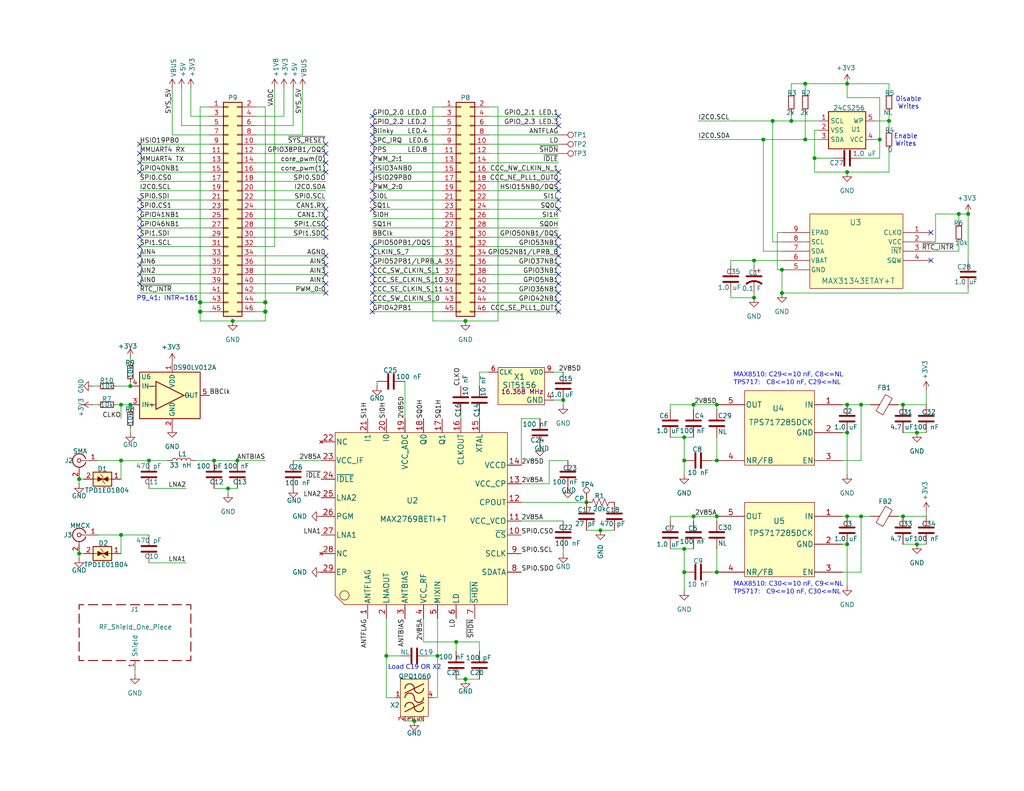
<source format=kicad_sch>
(kicad_sch (version 20231120) (generator "eeschema") (generator_version "8.0")
  (paper "A")
  (title_block (title "L1IFCape") (date "2025-01-25") (rev "${SCH_VER}") (comment 1 "https://cern.ch/cern-ohl ") (comment 2 "License: CERN-OHL-W-2.0") (comment 3 "Maxim 2769 BeagleV-Fire Cape") (comment 4 "Author: W. Kyle Gilbertson"))
  (junction (at 264.16 58.42))
  (junction (at 215.9 33.02))
  (junction (at 105.41 179.07))
  (junction (at 21.59 130.81))
  (junction (at 58.42 125.73))
  (junction (at 231.14 140.97))
  (junction (at 186.69 149.86))
  (junction (at 62.23 133.35))
  (junction (at 195.58 125.73))
  (junction (at 127 87.63))
  (junction (at 33.02 146.05))
  (junction (at 54.61 85.09) (diameter 1.016))
  (junction (at 246.38 140.97))
  (junction (at 35.56 105.41))
  (junction (at 33.02 110.49))
  (junction (at 124.46 175.26))
  (junction (at 234.95 140.97))
  (junction (at 63.5 87.63))
  (junction (at 113.03 196.85))
  (junction (at 189.23 110.49))
  (junction (at 160.02 137.16))
  (junction (at 64.77 125.73))
  (junction (at 186.69 125.73))
  (junction (at 54.61 82.55) (diameter 1.016))
  (junction (at 222.25 43.18))
  (junction (at 231.14 118.11))
  (junction (at 72.39 85.09) (diameter 1.016))
  (junction (at 186.69 119.38))
  (junction (at 213.36 73.66))
  (junction (at 219.71 22.86))
  (junction (at 231.14 110.49))
  (junction (at 250.19 118.11))
  (junction (at 240.03 38.1))
  (junction (at 195.58 156.21))
  (junction (at 234.95 110.49))
  (junction (at 195.58 110.49))
  (junction (at 210.82 33.02))
  (junction (at 186.69 156.21))
  (junction (at 21.59 151.13))
  (junction (at 246.38 110.49))
  (junction (at 213.36 80.01))
  (junction (at 231.14 22.86))
  (junction (at 205.74 71.12))
  (junction (at 205.74 81.28))
  (junction (at 231.14 148.59))
  (junction (at 72.39 82.55) (diameter 1.016))
  (junction (at 153.67 109.22))
  (junction (at 231.14 46.99))
  (junction (at 189.23 140.97))
  (junction (at 261.62 58.42))
  (junction (at 195.58 140.97))
  (junction (at 163.83 144.78))
  (junction (at 219.71 38.1))
  (junction (at 208.28 38.1))
  (junction (at 250.19 148.59))
  (junction (at 40.64 125.73))
  (junction (at 119.38 179.07))
  (junction (at 242.57 33.02))
  (junction (at 35.56 110.49))
  (junction (at 127 185.42))
  (junction (at 33.02 125.73))
  (no_connect (at 88.9 46.99))
  (no_connect (at 101.6 80.01))
  (no_connect (at 101.6 67.31))
  (no_connect (at 38.1 44.45))
  (no_connect (at 101.6 72.39))
  (no_connect (at 152.4 46.99))
  (no_connect (at 152.4 52.07))
  (no_connect (at 38.1 72.39))
  (no_connect (at 38.1 41.91))
  (no_connect (at 88.9 57.15))
  (no_connect (at 38.1 69.85))
  (no_connect (at 38.1 39.37))
  (no_connect (at 152.4 57.15))
  (no_connect (at 101.6 44.45))
  (no_connect (at 101.6 69.85))
  (no_connect (at 101.6 74.93))
  (no_connect (at 101.6 52.07))
  (no_connect (at 38.1 77.47))
  (no_connect (at 101.6 54.61))
  (no_connect (at 152.4 69.85))
  (no_connect (at 101.6 34.29))
  (no_connect (at 254 71.12))
  (no_connect (at 88.9 39.37))
  (no_connect (at 152.4 31.75))
  (no_connect (at 101.6 82.55))
  (no_connect (at 88.9 77.47))
  (no_connect (at 101.6 46.99))
  (no_connect (at 38.1 54.61))
  (no_connect (at 152.4 64.77))
  (no_connect (at 88.9 80.01))
  (no_connect (at 38.1 67.31))
  (no_connect (at 152.4 82.55))
  (no_connect (at 88.9 64.77))
  (no_connect (at 101.6 36.83))
  (no_connect (at 152.4 49.53))
  (no_connect (at 101.6 57.15))
  (no_connect (at 38.1 46.99))
  (no_connect (at 38.1 62.23))
  (no_connect (at 38.1 57.15))
  (no_connect (at 254 63.5))
  (no_connect (at 88.9 41.91))
  (no_connect (at 88.9 59.69))
  (no_connect (at 38.1 64.77))
  (no_connect (at 101.6 49.53))
  (no_connect (at 152.4 85.09))
  (no_connect (at 152.4 74.93))
  (no_connect (at 101.6 31.75))
  (no_connect (at 88.9 69.85))
  (no_connect (at 152.4 34.29))
  (no_connect (at 88.9 62.23))
  (no_connect (at 152.4 77.47))
  (no_connect (at 88.9 44.45))
  (no_connect (at 38.1 74.93))
  (no_connect (at 88.9 72.39))
  (no_connect (at 152.4 54.61))
  (no_connect (at 152.4 67.31))
  (no_connect (at 101.6 85.09))
  (no_connect (at 101.6 41.91))
  (no_connect (at 152.4 80.01))
  (no_connect (at 88.9 74.93))
  (no_connect (at 101.6 77.47))
  (no_connect (at 152.4 72.39))
  (no_connect (at 38.1 59.69))
  (no_connect (at 101.6 39.37))
  (wire (pts (xy 38.1 64.77) (xy 57.15 64.77)))
  (wire (pts (xy 119.38 179.07) (xy 119.38 190.5)))
  (wire (pts (xy 195.58 140.97) (xy 195.58 142.24)))
  (wire (pts (xy 240.03 38.1) (xy 240.03 26.67)))
  (wire (pts (xy 194.31 125.73) (xy 195.58 125.73)))
  (wire (pts (xy 186.69 149.86) (xy 189.23 149.86)))
  (wire (pts (xy 163.83 144.78) (xy 167.64 144.78)))
  (wire (pts (xy 101.6 59.69) (xy 120.65 59.69)))
  (wire (pts (xy 69.85 64.77) (xy 88.9 64.77)))
  (wire (pts (xy 227.33 43.18) (xy 222.25 43.18)))
  (wire (pts (xy 242.57 30.48) (xy 242.57 33.02)))
  (wire (pts (xy 57.15 34.29) (xy 49.53 34.29)))
  (wire (pts (xy 133.35 54.61) (xy 152.4 54.61)))
  (wire (pts (xy 215.9 22.86) (xy 215.9 25.4)))
  (wire (pts (xy 58.42 125.73) (xy 64.77 125.73)))
  (wire (pts (xy 229.87 140.97) (xy 231.14 140.97)))
  (wire (pts (xy 133.35 64.77) (xy 152.4 64.77)))
  (wire (pts (xy 182.88 119.38) (xy 186.69 119.38)))
  (wire (pts (xy 57.15 36.83) (xy 46.99 36.83)))
  (wire (pts (xy 54.61 82.55) (xy 57.15 82.55)))
  (wire (pts (xy 54.61 85.09) (xy 54.61 82.55)))
  (wire (pts (xy 229.87 148.59) (xy 231.14 148.59)))
  (wire (pts (xy 69.85 80.01) (xy 88.9 80.01)))
  (wire (pts (xy 102.87 104.14) (xy 102.87 105.41)))
  (wire (pts (xy 186.69 156.21) (xy 186.69 161.29)))
  (wire (pts (xy 133.35 72.39) (xy 152.4 72.39)))
  (wire (pts (xy 38.1 80.01) (xy 57.15 80.01)))
  (wire (pts (xy 63.5 87.63) (xy 72.39 87.63)))
  (wire (pts (xy 245.11 110.49) (xy 246.38 110.49)))
  (wire (pts (xy 69.85 74.93) (xy 88.9 74.93)))
  (wire (pts (xy 231.14 110.49) (xy 234.95 110.49)))
  (wire (pts (xy 101.6 46.99) (xy 120.65 46.99)))
  (wire (pts (xy 133.35 74.93) (xy 152.4 74.93)))
  (wire (pts (xy 69.85 59.69) (xy 88.9 59.69)))
  (wire (pts (xy 38.1 67.31) (xy 57.15 67.31)))
  (wire (pts (xy 264.16 78.74) (xy 264.16 80.01)))
  (wire (pts (xy 242.57 33.02) (xy 242.57 35.56)))
  (wire (pts (xy 69.85 77.47) (xy 88.9 77.47)))
  (wire (pts (xy 21.59 151.13) (xy 21.59 152.4)))
  (wire (pts (xy 101.6 67.31) (xy 120.65 67.31)))
  (wire (pts (xy 101.6 39.37) (xy 120.65 39.37)))
  (wire (pts (xy 35.56 104.14) (xy 35.56 105.41)))
  (wire (pts (xy 246.38 148.59) (xy 250.19 148.59)))
  (wire (pts (xy 54.61 87.63) (xy 63.5 87.63)))
  (wire (pts (xy 38.1 46.99) (xy 57.15 46.99)))
  (wire (pts (xy 133.35 49.53) (xy 152.4 49.53)))
  (wire (pts (xy 215.9 30.48) (xy 215.9 33.02)))
  (wire (pts (xy 199.39 80.01) (xy 199.39 81.28)))
  (wire (pts (xy 57.15 31.75) (xy 52.07 31.75)))
  (wire (pts (xy 35.56 110.49) (xy 35.56 111.76)))
  (wire (pts (xy 189.23 140.97) (xy 195.58 140.97)))
  (wire (pts (xy 38.1 44.45) (xy 57.15 44.45)))
  (wire (pts (xy 38.1 57.15) (xy 57.15 57.15)))
  (wire (pts (xy 40.64 133.35) (xy 50.8 133.35)))
  (wire (pts (xy 195.58 110.49) (xy 195.58 111.76)))
  (wire (pts (xy 234.95 125.73) (xy 229.87 125.73)))
  (wire (pts (xy 118.11 87.63) (xy 127 87.63)))
  (wire (pts (xy 135.89 29.21) (xy 135.89 87.63)))
  (wire (pts (xy 64.77 133.35) (xy 62.23 133.35)))
  (wire (pts (xy 153.67 149.86) (xy 153.67 151.13)))
  (wire (pts (xy 21.59 130.81) (xy 22.86 130.81)))
  (wire (pts (xy 69.85 36.83) (xy 82.55 36.83)))
  (wire (pts (xy 26.67 125.73) (xy 33.02 125.73)))
  (wire (pts (xy 142.24 142.24) (xy 153.67 142.24)))
  (wire (pts (xy 246.38 140.97) (xy 252.73 140.97)))
  (wire (pts (xy 105.41 168.91) (xy 105.41 179.07)))
  (wire (pts (xy 101.6 64.77) (xy 120.65 64.77)))
  (wire (pts (xy 31.75 110.49) (xy 33.02 110.49)))
  (wire (pts (xy 113.03 196.85) (xy 115.57 196.85)))
  (wire (pts (xy 133.35 59.69) (xy 152.4 59.69)))
  (wire (pts (xy 38.1 77.47) (xy 57.15 77.47)))
  (wire (pts (xy 49.53 34.29) (xy 49.53 24.13)))
  (wire (pts (xy 101.6 44.45) (xy 120.65 44.45)))
  (wire (pts (xy 110.49 104.14) (xy 110.49 114.3)))
  (wire (pts (xy 118.11 29.21) (xy 120.65 29.21)))
  (wire (pts (xy 101.6 77.47) (xy 120.65 77.47)))
  (wire (pts (xy 240.03 38.1) (xy 240.03 43.18)))
  (wire (pts (xy 33.02 110.49) (xy 35.56 110.49)))
  (wire (pts (xy 142.24 114.3) (xy 147.32 114.3)))
  (wire (pts (xy 231.14 148.59) (xy 231.14 160.02)))
  (wire (pts (xy 115.57 175.26) (xy 124.46 175.26)))
  (wire (pts (xy 31.75 105.41) (xy 35.56 105.41)))
  (wire (pts (xy 69.85 31.75) (xy 77.47 31.75)))
  (wire (pts (xy 151.13 109.22) (xy 153.67 109.22)))
  (wire (pts (xy 80.01 34.29) (xy 80.01 24.13)))
  (wire (pts (xy 199.39 81.28) (xy 205.74 81.28)))
  (wire (pts (xy 77.47 31.75) (xy 77.47 24.13)))
  (wire (pts (xy 219.71 30.48) (xy 219.71 38.1)))
  (wire (pts (xy 119.38 168.91) (xy 119.38 179.07)))
  (wire (pts (xy 52.07 31.75) (xy 52.07 24.13)))
  (wire (pts (xy 212.09 73.66) (xy 213.36 73.66)))
  (wire (pts (xy 215.9 22.86) (xy 219.71 22.86)))
  (wire (pts (xy 213.36 66.04) (xy 210.82 66.04)))
  (wire (pts (xy 101.6 31.75) (xy 120.65 31.75)))
  (wire (pts (xy 40.64 146.05) (xy 33.02 146.05)))
  (wire (pts (xy 33.02 125.73) (xy 33.02 130.81)))
  (wire (pts (xy 45.72 125.73) (xy 40.64 125.73)))
  (wire (pts (xy 142.24 137.16) (xy 160.02 137.16)))
  (wire (pts (xy 186.69 125.73) (xy 186.69 129.54)))
  (wire (pts (xy 69.85 52.07) (xy 88.9 52.07)))
  (wire (pts (xy 219.71 38.1) (xy 223.52 38.1)))
  (wire (pts (xy 254 68.58) (xy 261.62 68.58)))
  (wire (pts (xy 119.38 190.5) (xy 118.11 190.5)))
  (wire (pts (xy 242.57 40.64) (xy 242.57 46.99)))
  (wire (pts (xy 234.95 110.49) (xy 234.95 125.73)))
  (wire (pts (xy 231.14 118.11) (xy 231.14 129.54)))
  (wire (pts (xy 234.95 140.97) (xy 237.49 140.97)))
  (wire (pts (xy 101.6 80.01) (xy 120.65 80.01)))
  (wire (pts (xy 151.13 101.6) (xy 153.67 101.6)))
  (wire (pts (xy 215.9 33.02) (xy 223.52 33.02)))
  (wire (pts (xy 101.6 49.53) (xy 120.65 49.53)))
  (wire (pts (xy 124.46 175.26) (xy 130.81 175.26)))
  (wire (pts (xy 38.1 72.39) (xy 57.15 72.39)))
  (wire (pts (xy 222.25 46.99) (xy 222.25 43.18)))
  (wire (pts (xy 186.69 149.86) (xy 186.69 156.21)))
  (wire (pts (xy 133.35 57.15) (xy 152.4 57.15)))
  (wire (pts (xy 219.71 22.86) (xy 231.14 22.86)))
  (wire (pts (xy 124.46 177.8) (xy 124.46 175.26)))
  (wire (pts (xy 222.25 35.56) (xy 222.25 43.18)))
  (wire (pts (xy 46.99 36.83) (xy 46.99 24.13)))
  (wire (pts (xy 208.28 38.1) (xy 219.71 38.1)))
  (wire (pts (xy 38.1 62.23) (xy 57.15 62.23)))
  (wire (pts (xy 133.35 39.37) (xy 152.4 39.37)))
  (wire (pts (xy 36.83 182.88) (xy 36.83 184.15)))
  (wire (pts (xy 231.14 140.97) (xy 234.95 140.97)))
  (wire (pts (xy 242.57 33.02) (xy 238.76 33.02)))
  (wire (pts (xy 69.85 82.55) (xy 72.39 82.55)))
  (wire (pts (xy 72.39 82.55) (xy 72.39 85.09)))
  (wire (pts (xy 72.39 85.09) (xy 72.39 87.63)))
  (wire (pts (xy 21.59 130.81) (xy 21.59 132.08)))
  (wire (pts (xy 261.62 66.04) (xy 261.62 68.58)))
  (wire (pts (xy 133.35 34.29) (xy 152.4 34.29)))
  (wire (pts (xy 182.88 110.49) (xy 189.23 110.49)))
  (wire (pts (xy 234.95 156.21) (xy 229.87 156.21)))
  (wire (pts (xy 58.42 125.73) (xy 53.34 125.73)))
  (wire (pts (xy 190.5 38.1) (xy 208.28 38.1)))
  (wire (pts (xy 69.85 62.23) (xy 88.9 62.23)))
  (wire (pts (xy 186.69 119.38) (xy 186.69 125.73)))
  (wire (pts (xy 231.14 26.67) (xy 240.03 26.67)))
  (wire (pts (xy 205.74 80.01) (xy 205.74 81.28)))
  (wire (pts (xy 69.85 44.45) (xy 88.9 44.45)))
  (wire (pts (xy 101.6 57.15) (xy 120.65 57.15)))
  (wire (pts (xy 153.67 109.22) (xy 153.67 110.49)))
  (wire (pts (xy 69.85 29.21) (xy 72.39 29.21)))
  (wire (pts (xy 160.02 144.78) (xy 163.83 144.78)))
  (wire (pts (xy 124.46 185.42) (xy 127 185.42)))
  (wire (pts (xy 115.57 168.91) (xy 115.57 175.26)))
  (wire (pts (xy 38.1 54.61) (xy 57.15 54.61)))
  (wire (pts (xy 154.94 125.73) (xy 149.86 125.73)))
  (wire (pts (xy 234.95 43.18) (xy 240.03 43.18)))
  (wire (pts (xy 105.41 190.5) (xy 107.95 190.5)))
  (wire (pts (xy 199.39 72.39) (xy 199.39 71.12)))
  (wire (pts (xy 69.85 49.53) (xy 88.9 49.53)))
  (wire (pts (xy 133.35 62.23) (xy 152.4 62.23)))
  (wire (pts (xy 74.93 24.13) (xy 74.93 67.31)))
  (wire (pts (xy 101.6 82.55) (xy 120.65 82.55)))
  (wire (pts (xy 182.88 149.86) (xy 186.69 149.86)))
  (wire (pts (xy 133.35 29.21) (xy 135.89 29.21)))
  (wire (pts (xy 133.35 82.55) (xy 152.4 82.55)))
  (wire (pts (xy 205.74 71.12) (xy 205.74 72.39)))
  (wire (pts (xy 69.85 57.15) (xy 88.9 57.15)))
  (wire (pts (xy 101.6 72.39) (xy 120.65 72.39)))
  (wire (pts (xy 182.88 140.97) (xy 182.88 142.24)))
  (wire (pts (xy 252.73 106.68) (xy 252.73 110.49)))
  (wire (pts (xy 69.85 54.61) (xy 88.9 54.61)))
  (wire (pts (xy 246.38 118.11) (xy 250.19 118.11)))
  (wire (pts (xy 38.1 49.53) (xy 57.15 49.53)))
  (wire (pts (xy 252.73 139.7) (xy 252.73 140.97)))
  (wire (pts (xy 101.6 36.83) (xy 120.65 36.83)))
  (wire (pts (xy 254 66.04) (xy 255.27 66.04)))
  (wire (pts (xy 69.85 69.85) (xy 88.9 69.85)))
  (wire (pts (xy 264.16 58.42) (xy 264.16 71.12)))
  (wire (pts (xy 101.6 52.07) (xy 120.65 52.07)))
  (wire (pts (xy 210.82 33.02) (xy 215.9 33.02)))
  (wire (pts (xy 133.35 46.99) (xy 152.4 46.99)))
  (wire (pts (xy 229.87 118.11) (xy 231.14 118.11)))
  (wire (pts (xy 130.81 175.26) (xy 130.81 177.8)))
  (wire (pts (xy 127 87.63) (xy 135.89 87.63)))
  (wire (pts (xy 33.02 146.05) (xy 33.02 151.13)))
  (wire (pts (xy 238.76 38.1) (xy 240.03 38.1)))
  (wire (pts (xy 195.58 149.86) (xy 195.58 156.21)))
  (wire (pts (xy 101.6 69.85) (xy 120.65 69.85)))
  (wire (pts (xy 82.55 24.13) (xy 82.55 36.83)))
  (wire (pts (xy 125.73 114.3) (xy 125.73 113.03)))
  (wire (pts (xy 54.61 29.21) (xy 54.61 82.55)))
  (wire (pts (xy 57.15 29.21) (xy 54.61 29.21)))
  (wire (pts (xy 38.1 41.91) (xy 57.15 41.91)))
  (wire (pts (xy 25.4 105.41) (xy 26.67 105.41)))
  (wire (pts (xy 133.35 80.01) (xy 152.4 80.01)))
  (wire (pts (xy 255.27 58.42) (xy 261.62 58.42)))
  (wire (pts (xy 246.38 110.49) (xy 252.73 110.49)))
  (wire (pts (xy 231.14 46.99) (xy 222.25 46.99)))
  (wire (pts (xy 110.49 196.85) (xy 113.03 196.85)))
  (wire (pts (xy 133.35 101.6) (xy 130.81 101.6)))
  (wire (pts (xy 133.35 44.45) (xy 152.4 44.45)))
  (wire (pts (xy 261.62 58.42) (xy 261.62 60.96)))
  (wire (pts (xy 133.35 69.85) (xy 152.4 69.85)))
  (wire (pts (xy 210.82 66.04) (xy 210.82 33.02)))
  (wire (pts (xy 38.1 59.69) (xy 57.15 59.69)))
  (wire (pts (xy 133.35 41.91) (xy 152.4 41.91)))
  (wire (pts (xy 80.01 125.73) (xy 87.63 125.73)))
  (wire (pts (xy 231.14 22.86) (xy 242.57 22.86)))
  (wire (pts (xy 245.11 140.97) (xy 246.38 140.97)))
  (wire (pts (xy 101.6 54.61) (xy 120.65 54.61)))
  (wire (pts (xy 101.6 41.91) (xy 120.65 41.91)))
  (wire (pts (xy 54.61 85.09) (xy 57.15 85.09)))
  (wire (pts (xy 54.61 87.63) (xy 54.61 85.09)))
  (wire (pts (xy 133.35 52.07) (xy 152.4 52.07)))
  (wire (pts (xy 133.35 85.09) (xy 152.4 85.09)))
  (wire (pts (xy 38.1 69.85) (xy 57.15 69.85)))
  (wire (pts (xy 133.35 77.47) (xy 152.4 77.47)))
  (wire (pts (xy 130.81 114.3) (xy 130.81 113.03)))
  (wire (pts (xy 190.5 33.02) (xy 210.82 33.02)))
  (wire (pts (xy 242.57 46.99) (xy 231.14 46.99)))
  (wire (pts (xy 195.58 119.38) (xy 195.58 125.73)))
  (wire (pts (xy 101.6 85.09) (xy 120.65 85.09)))
  (wire (pts (xy 33.02 110.49) (xy 33.02 114.3)))
  (wire (pts (xy 219.71 22.86) (xy 219.71 25.4)))
  (wire (pts (xy 223.52 35.56) (xy 222.25 35.56)))
  (wire (pts (xy 189.23 110.49) (xy 195.58 110.49)))
  (wire (pts (xy 213.36 68.58) (xy 208.28 68.58)))
  (wire (pts (xy 250.19 118.11) (xy 252.73 118.11)))
  (wire (pts (xy 182.88 110.49) (xy 182.88 111.76)))
  (wire (pts (xy 64.77 125.73) (xy 72.39 125.73)))
  (wire (pts (xy 35.56 97.79) (xy 35.56 99.06)))
  (wire (pts (xy 116.84 179.07) (xy 119.38 179.07)))
  (wire (pts (xy 142.24 132.08) (xy 149.86 132.08)))
  (wire (pts (xy 127 185.42) (xy 130.81 185.42)))
  (wire (pts (xy 50.8 153.67) (xy 40.64 153.67)))
  (wire (pts (xy 186.69 119.38) (xy 189.23 119.38)))
  (wire (pts (xy 72.39 29.21) (xy 72.39 82.55)))
  (wire (pts (xy 25.4 110.49) (xy 26.67 110.49)))
  (wire (pts (xy 105.41 179.07) (xy 109.22 179.07)))
  (wire (pts (xy 101.6 62.23) (xy 120.65 62.23)))
  (wire (pts (xy 69.85 41.91) (xy 88.9 41.91)))
  (wire (pts (xy 33.02 125.73) (xy 40.64 125.73)))
  (wire (pts (xy 255.27 58.42) (xy 255.27 66.04)))
  (wire (pts (xy 62.23 133.35) (xy 58.42 133.35)))
  (wire (pts (xy 213.36 73.66) (xy 213.36 80.01)))
  (wire (pts (xy 264.16 58.42) (xy 261.62 58.42)))
  (wire (pts (xy 234.95 110.49) (xy 237.49 110.49)))
  (wire (pts (xy 208.28 68.58) (xy 208.28 38.1)))
  (wire (pts (xy 189.23 110.49) (xy 189.23 111.76)))
  (wire (pts (xy 105.41 179.07) (xy 105.41 190.5)))
  (wire (pts (xy 182.88 140.97) (xy 189.23 140.97)))
  (wire (pts (xy 242.57 22.86) (xy 242.57 25.4)))
  (wire (pts (xy 133.35 31.75) (xy 152.4 31.75)))
  (wire (pts (xy 133.35 67.31) (xy 152.4 67.31)))
  (wire (pts (xy 69.85 34.29) (xy 80.01 34.29)))
  (wire (pts (xy 38.1 39.37) (xy 57.15 39.37)))
  (wire (pts (xy 69.85 72.39) (xy 88.9 72.39)))
  (wire (pts (xy 22.86 151.13) (xy 21.59 151.13)))
  (wire (pts (xy 69.85 46.99) (xy 88.9 46.99)))
  (wire (pts (xy 101.6 74.93) (xy 120.65 74.93)))
  (wire (pts (xy 199.39 71.12) (xy 205.74 71.12)))
  (wire (pts (xy 133.35 36.83) (xy 152.4 36.83)))
  (wire (pts (xy 213.36 71.12) (xy 205.74 71.12)))
  (wire (pts (xy 62.23 133.35) (xy 62.23 134.62)))
  (wire (pts (xy 69.85 39.37) (xy 88.9 39.37)))
  (wire (pts (xy 118.11 29.21) (xy 118.11 87.63)))
  (wire (pts (xy 234.95 140.97) (xy 234.95 156.21)))
  (wire (pts (xy 212.09 63.5) (xy 212.09 73.66)))
  (wire (pts (xy 213.36 80.01) (xy 264.16 80.01)))
  (wire (pts (xy 189.23 140.97) (xy 189.23 142.24)))
  (wire (pts (xy 33.02 146.05) (xy 26.67 146.05)))
  (wire (pts (xy 38.1 52.07) (xy 57.15 52.07)))
  (wire (pts (xy 69.85 67.31) (xy 74.93 67.31)))
  (wire (pts (xy 38.1 74.93) (xy 57.15 74.93)))
  (wire (pts (xy 231.14 22.86) (xy 231.14 26.67)))
  (wire (pts (xy 101.6 34.29) (xy 120.65 34.29)))
  (wire (pts (xy 35.56 116.84) (xy 35.56 118.11)))
  (wire (pts (xy 130.81 101.6) (xy 130.81 105.41)))
  (wire (pts (xy 142.24 127) (xy 142.24 114.3)))
  (wire (pts (xy 149.86 125.73) (xy 149.86 132.08)))
  (wire (pts (xy 69.85 85.09) (xy 72.39 85.09)))
  (wire (pts (xy 250.19 148.59) (xy 252.73 148.59)))
  (wire (pts (xy 213.36 63.5) (xy 212.09 63.5)))
  (wire (pts (xy 229.87 110.49) (xy 231.14 110.49)))
  (wire (pts (xy 194.31 156.21) (xy 195.58 156.21)))
  (text "BeagleBone Black Pin Modes:\nhttps://elinux.org/Beagleboard:Cape_Expansion_Headers\n\nCape requirements are documented in the BeagleBone Black SRM:\nhttps://github.com/beagleboard/beaglebone-black/wiki/System-Reference-Manual" (at 16.764 230.124 0) (effects (font (size 1.27 1.27)) (justify left bottom)))
  (text "Disable\nWrites" (at 247.904 28.194 0) (effects (font (size 1.27 1.27))))
  (text "Load C19 OR X2" (at 105.918 183.388 0) (effects (font (size 1.27 1.27)) (justify left bottom)))
  (text "MAX8510: C29<=10 nF, C8<=NL\nTPS717:   C8<=10 nF, C29<=NL" (at 200.152 105.664 0) (effects (font (size 1.27 1.27)) (justify left bottom)))
  (text "MAX8510: C30<=10 nF, C9<=NL\nTPS717:   C9<=10 nF, C30<=NL" (at 200.152 162.814 0) (effects (font (size 1.27 1.27)) (justify left bottom)))
  (text "P9_41: INTR=161\n" (at 45.72 81.534 0) (effects (font (size 1.27 1.27))))
  (text "Enable\nWrites" (at 247.142 38.354 0) (effects (font (size 1.27 1.27))))
  (label "GPIO50PB1{slash}DQS" (at 101.6 67.31 0))
  (label "2V85D" (at 195.58 110.49 180))
  (label "AIN4" (at 38.1 69.85 0))
  (label "GPIO46NB1" (at 38.1 62.23 0))
  (label "SPI0.SDO" (at 88.9 49.53 180))
  (label "VADC" (at 74.93 24.13 270))
  (label "SPI1.CS0" (at 88.9 62.23 180))
  (label "SI1H" (at 152.4 59.69 180))
  (label "ANTFLAG" (at 152.4 36.83 180))
  (label "CLKO" (at 33.02 114.3 180))
  (label "2V85A" (at 115.57 168.91 270))
  (label "LD" (at 152.4 39.37 180))
  (label "~{SHDN}" (at 152.4 41.91 180))
  (label "SQ1H" (at 120.65 114.3 90))
  (label "~{RTC_INTR}" (at 260.35 68.58 180))
  (label "SI1H" (at 100.33 114.3 90))
  (label "CLKIN_S_7" (at 101.6 69.85 0))
  (label "I2C0.SDA" (at 88.9 52.07 180))
  (label "SI1L" (at 152.4 54.61 180))
  (label "CCC_SE_PLL1_OUT1" (at 152.4 85.09 180))
  (label "BBClk" (at 101.6 64.77 0))
  (label "HSIO15NB0{slash}DQS" (at 152.4 52.07 180))
  (label "2V85D" (at 110.49 114.3 90))
  (label "LNA2" (at 87.63 135.89 180))
  (label "SPI1.SCL" (at 38.1 67.31 0))
  (label "GPIO41NB1" (at 38.1 59.69 0))
  (label "HSIO19PB0" (at 38.1 39.37 0))
  (label "~{IDLE}" (at 152.4 44.45 180))
  (label "HSIO29PB0" (at 101.6 49.53 0))
  (label "~{SYS_RESET}" (at 88.9 39.37 180))
  (label "MMUART4 RX" (at 38.1 41.91 0))
  (label "SPI0.CS0" (at 38.1 49.53 0))
  (label "CCC_SE_CLKIN_S_11" (at 101.6 80.01 0))
  (label "PPS      LED.8" (at 101.6 41.91 0))
  (label "PWM_0:0" (at 88.9 80.01 180))
  (label "ANTFLAG" (at 100.33 168.91 270))
  (label "ANTBIAS" (at 110.49 168.91 270))
  (label "AIN6" (at 38.1 72.39 0))
  (label "CAN1.RX" (at 88.9 57.15 180))
  (label "SPI1.SDI" (at 38.1 64.77 0))
  (label "SYS_5V" (at 82.55 24.13 270))
  (label "2V85A" (at 142.24 132.08 0))
  (label "CCC_NW_CLKIN_N_1" (at 152.4 46.99 180))
  (label "AIN5" (at 88.9 72.39 180))
  (label "core_pwm(1)" (at 88.9 46.99 180))
  (label "GPIO_2.3 LED.3" (at 152.4 34.29 180))
  (label "SPI0.SCL" (at 88.9 54.61 180))
  (label "LNA1" (at 87.63 146.05 180))
  (label "CLKO" (at 125.73 105.41 90))
  (label "MMUART4 TX" (at 38.1 44.45 0))
  (label "LD" (at 124.46 168.91 270))
  (label "~{RTC_INTR}" (at 38.1 80.01 0))
  (label "SI0L" (at 101.6 54.61 0))
  (label "~{SHDN}" (at 129.54 168.91 270))
  (label "SQ0L" (at 152.4 57.15 180))
  (label "LNA2" (at 50.8 133.35 180))
  (label "HSIO34NB0" (at 101.6 46.99 0))
  (label "GPIO52NB1{slash}LPRB_B" (at 152.4 69.85 180))
  (label "core_pwm(0)" (at 88.9 44.45 180))
  (label "I2C0.SCL" (at 38.1 52.07 0))
  (label "CCC_SW_CLKIN_S_0" (at 101.6 82.55 0))
  (label "GPIO42PB1" (at 101.6 85.09 0))
  (label "SQ0H" (at 115.57 114.3 90))
  (label "2V85A" (at 87.63 125.73 180))
  (label "SPI0.CS1" (at 38.1 57.15 0))
  (label "AIN2" (at 38.1 74.93 0))
  (label "SQ0H" (at 152.4 62.23 180))
  (label "SPI1.SDO" (at 88.9 64.77 180))
  (label "AIN0" (at 38.1 77.47 0))
  (label "LNA1" (at 50.8 153.67 180))
  (label "GPIO3NB1" (at 152.4 74.93 180))
  (label "GPIO53NB1" (at 152.4 67.31 180))
  (label "SPI0.SCL" (at 142.24 151.13 0))
  (label "Blinky    LED.4" (at 101.6 36.83 0))
  (label "PWM_2:1" (at 101.6 44.45 0))
  (label "CAN1.TX" (at 88.9 59.69 180))
  (label "SPI0.SDI" (at 38.1 54.61 0))
  (label "GPIO_2.1 LED.1" (at 152.4 31.75 180))
  (label "2V85A" (at 142.24 142.24 0))
  (label "I2C0.SCL" (at 190.5 33.02 0))
  (label "BBClk" (at 57.15 107.95 0))
  (label "GPIO_2.2 LED.2" (at 101.6 34.29 0))
  (label "CCC_SE_CLKIN_S_10" (at 101.6 77.47 0))
  (label "GPIO38PB1{slash}DQS" (at 88.9 41.91 180))
  (label "GPIO42NB1" (at 152.4 82.55 180))
  (label "SQ1L" (at 101.6 57.15 0))
  (label "PWM_2:0" (at 101.6 52.07 0))
  (label "ANTBIAS" (at 72.39 125.73 180))
  (label "SI0H" (at 105.41 114.3 90))
  (label "2V85D" (at 142.24 127 0))
  (label "2V85A" (at 195.58 140.97 180))
  (label "SPI0.CS0" (at 142.24 146.05 0))
  (label "AIN3" (at 88.9 74.93 180))
  (label "GPIO50NB1{slash}DQS" (at 152.4 64.77 180))
  (label "GPIO5NB1" (at 152.4 77.47 180))
  (label "GPIO37NB1" (at 152.4 72.39 180))
  (label "SI0H" (at 101.6 59.69 0))
  (label "GPIO40NB1" (at 38.1 46.99 0))
  (label "GPIO36NB1" (at 152.4 80.01 180))
  (label "AIN1" (at 88.9 77.47 180))
  (label "SPI0.SDO" (at 142.24 156.21 0))
  (label "AGND" (at 88.9 69.85 180))
  (label "GPIO52PB1{slash}LPRB_A" (at 101.6 72.39 0))
  (label "SYS_5V" (at 46.99 24.13 270))
  (label "2V85D" (at 152.4 101.6 0))
  (label "SPC_IRQ  LED.6" (at 101.6 39.37 0))
  (label "GPIO_2.0 LED.0" (at 101.6 31.75 0))
  (label "CCC_SW_CLKIN_S_1" (at 101.6 74.93 0))
  (label "I2C0.SDA" (at 190.5 38.1 0))
  (label "SQ1H" (at 101.6 62.23 0))
  (label "CCC_NE_PLL1_OUT0" (at 152.4 49.53 180))
  (label "~{IDLE}" (at 87.63 130.81 180))
  (symbol (lib_id "L1IF:+3V3") (at 77.47 24.13 0) (unit 1)
    (property "Reference" "#PWR06" (effects (hide yes)))
    (property "Value" "+3V3" (at 77.8256 21.082 90) (effects (justify left)))
  )
  (symbol (lib_id "L1IF:+5V") (at 80.01 24.13 0) (unit 1)
    (property "Reference" "#PWR07" (effects (hide yes)))
    (property "Value" "+5V" (at 80.391 21.082 90) (effects (justify left)))
  )
  (symbol (lib_id "L1IF:+3V3") (at 52.07 24.13 0) (unit 1)
    (property "Reference" "#PWR08" (effects (hide yes)))
    (property "Value" "+3V3" (at 52.4256 21.082 90) (effects (justify left)))
  )
  (symbol (lib_id "L1IF:+5V") (at 49.53 24.13 0) (unit 1)
    (property "Reference" "#PWR09" (effects (hide yes)))
    (property "Value" "+5V" (at 49.911 21.082 90) (effects (justify left)))
  )
  (symbol (lib_id "L1IF:Conn_02x23_Odd_Even_P9") (at 62.23 57.15 0) (unit 1)
    (property "Reference" "P9" (at 63.5 26.67 0))
    (property "Value" "BeagleBone_Black_Header" (effects (hide yes)))
    (property "Footprint" "L1IF:PinHeader_2x23_P2.54mm_Vertical" (effects (hide yes)))
    (property "Datasheet" "https://mm.digikey.com/Volume0/opasdata/d220001/medias/docus/6129/ssq-1xx-xx-xxx-x-xx-xxx-xx-x-mkt.pdf" (effects (hide yes)))
    (property "Description" "CONN RCPT 46POS 0.1 GOLD PCB" (effects (hide yes)))
    (property "MPN" "SSQ-123-03-G-D" (effects (hide yes)))
    (property "MFR" "Samtec Inc." (effects (hide yes)))
    (property "Vendor PN" "SAM1196-23-ND" (effects (hide yes)))
    (property "Vendor" "DigiKey" (effects (hide yes)))
  )
  (symbol (lib_id "L1IF:Conn_02x23_Odd_Even_P8") (at 125.73 57.15 0) (unit 1)
    (property "Reference" "P8" (at 127 26.67 0))
    (property "Value" "BeagleBone_Black_Header" (effects (hide yes)))
    (property "Footprint" "L1IF:PinHeader_2x23_P2.54mm_Vertical" (effects (hide yes)))
    (property "Datasheet" "https://mm.digikey.com/Volume0/opasdata/d220001/medias/docus/6129/ssq-1xx-xx-xxx-x-xx-xxx-xx-x-mkt.pdf" (effects (hide yes)))
    (property "Description" "CONN RCPT 46POS 0.1 GOLD PCB" (effects (hide yes)))
    (property "MPN" "SSQ-123-03-G-D" (effects (hide yes)))
    (property "Vendor" "DigiKey" (effects (hide yes)))
    (property "Vendor PN" "SAM1196-23-ND" (effects (hide yes)))
    (property "MFR" "Samtec Inc." (effects (hide yes)))
  )
  (symbol (lib_id "L1IF:Capacitor") (at 190.5 156.21 90) (unit 1)
    (property "Reference" "C9" (at 190.5 153.162 90))
    (property "Value" "10 nF" (at 190.5 159.512 90))
    (property "Footprint" "L1IF:C_0603_1608Metric" (effects (hide yes)))
    (property "Description" "CAP CER 10000PF 25V C0G/NP0 0603" (effects (hide yes)))
    (property "Manufacturer" "Kemet" (effects (hide yes)))
    (property "MPN" "C0603C103F3GECAUTO" (effects (hide yes)))
    (property "Vendor" "DigiKey" (effects (hide yes)))
    (property "Vendor PN" "399-C0603C103F3GECAUTOCT-ND" (effects (hide yes)))
  )
  (symbol (lib_id "L1IF:GND") (at 80.01 133.35 0) (unit 1)
    (property "Reference" "#PWR029" (effects (hide yes)))
    (property "Value" "GND" (at 80.264 136.652 0))
    (property "Description" "Power symbol creates a global label with name \"GND\" , ground" (effects (hide yes)))
  )
  (symbol (lib_id "L1IF:1uF_0603") (at 182.88 146.05 0) (unit 1)
    (property "Reference" "C7" (at 181.356 144.272 0) (effects (justify left)))
    (property "Value" "1.0 uF" (at 179.07 148.59 0) (effects (justify left)))
    (property "Footprint" "L1IF:C_0603_1608Metric" (effects (hide yes)))
    (property "Description" "CAP CER 1UF 16V X7R 0603" (effects (hide yes)))
    (property "Manufacturer" "Murata" (effects (hide yes)))
    (property "MPN" "GCM188R71C105KA64D" (effects (hide yes)))
    (property "Vendor" "DigiKey" (effects (hide yes)))
    (property "Vendor PN" "490-5241-1-ND" (effects (hide yes)))
  )
  (symbol (lib_id "L1IF:Capacitor") (at 246.38 144.78 0) (unit 1)
    (property "Reference" "C33" (at 245.11 143.002 0) (effects (justify left)))
    (property "Value" "4.7 uF" (at 242.824 147.066 0) (effects (justify left)))
    (property "Footprint" "L1IF:C_0805_2012Metric" (effects (hide yes)))
    (property "Description" "CAP CER 4.7UF 10V X7R 0805" (effects (hide yes)))
    (property "Manufacturer" "Kemet" (effects (hide yes)))
    (property "MPN" "C0805C475J8RACAUTO" (effects (hide yes)))
    (property "Vendor" "DigiKey" (effects (hide yes)))
    (property "Vendor PN" "399-15708-1-ND" (effects (hide yes)))
  )
  (symbol (lib_id "L1IF:+3V3") (at 35.56 97.79 0) (mirror y) (unit 1)
    (property "Reference" "#PWR036" (effects (hide yes)))
    (property "Value" "+3V3" (at 34.798 94.488 0))
  )
  (symbol (lib_id "L1IF:100nF_0603") (at 147.32 118.11 180) (unit 1)
    (property "Reference" "C24" (at 148.59 120.142 0) (effects (justify left)))
    (property "Value" "100 nF" (at 149.606 115.824 0) (effects (justify left)))
    (property "Footprint" "L1IF:C_0603_1608Metric" (effects (hide yes)))
    (property "Description" "CAP CER 0.1UF 50V X7R 0603" (effects (hide yes)))
    (property "Manufacturer" "Kemet" (effects (hide yes)))
    (property "MPN" "C0603C104K5RACAUTO" (effects (hide yes)))
    (property "Vendor" "DigiKey" (effects (hide yes)))
    (property "Vendor PN" "399-6856-1-ND" (effects (hide yes)))
  )
  (symbol (lib_id "L1IF:Capacitor") (at 160.02 140.97 0) (unit 1)
    (property "Reference" "C17" (at 159.512 139.192 0))
    (property "Value" "27 pF" (at 159.766 143.002 0))
    (property "Footprint" "L1IF:C_0603_1608Metric" (effects (hide yes)))
    (property "Description" "CAP CER 0603 27PF 25V ULTRA STAB" (effects (hide yes)))
    (property "Manufacturer" "Kemet" (effects (hide yes)))
    (property "MPN" "C0603C270F3HACAUTO" (effects (hide yes)))
    (property "Vendor" "DigiKey" (effects (hide yes)))
    (property "Vendor PN" "399-C0603C270F3HACAUTOCT-ND" (effects (hide yes)))
  )
  (symbol (lib_id "L1IF:GND") (at 36.83 184.15 0) (unit 1)
    (property "Reference" "#PWR011" (effects (hide yes)))
    (property "Value" "GND" (at 36.83 189.23 0))
    (property "Description" "Power symbol creates a global label with name \"GND\" , ground" (effects (hide yes)))
  )
  (symbol (lib_id "L1IF:Inductor") (at 49.53 125.73 270) (mirror x) (unit 1)
    (property "Reference" "L1" (at 49.784 123.952 90))
    (property "Value" "33 nH" (at 49.276 127 90))
    (property "Footprint" "L1IF:L_0603_1608Metric" (effects (hide yes)))
    (property "Datasheet" "https://search.murata.co.jp/Ceramy/image/img/P02/JELF243B-9102.pdf" (effects (hide yes)))
    (property "Description" "FIXED IND 33NH 500MA 0.54OHM SMD" (effects (hide yes)))
    (property "Detail Desc" "33 nH Unshielded Multilayer Inductor 500 mA 540mOhm Max 0603 (1608 Metric)" (effects (hide yes)))
    (property "Manufacturer" "Murata Electronics" (effects (hide yes)))
    (property "MPN" "LQG18HH33NJ00D" (effects (hide yes)))
    (property "Vendor" "DigiKey" (effects (hide yes)))
    (property "VPN" "490-14837-1-ND" (effects (hide yes)))
    (property "Prior Vendor PN" "490-2629-1-ND" (effects (hide yes)))
    (property "Prior MPN" "LQG15HS33NJ02D" (effects (hide yes)))
    (property "Prior Desc" "FIXED IND 33NH 350MA 580 MOHM" (effects (hide yes)))
    (property "Vendor PN" "490-14837-1-ND" (effects (hide yes)))
  )
  (symbol (lib_id "L1IF:GND") (at 25.4 105.41 270) (mirror x) (unit 1)
    (property "Reference" "#PWR037" (effects (hide yes)))
    (property "Value" "GND" (at 22.098 105.41 0))
    (property "Description" "Power symbol creates a global label with name \"GND\" , ground" (effects (hide yes)))
  )
  (symbol (lib_id "L1IF:GND") (at 113.03 196.85 0) (unit 1)
    (property "Reference" "#PWR023" (effects (hide yes)))
    (property "Value" "GND" (at 113.03 200.152 0))
    (property "Description" "Power symbol creates a global label with name \"GND\" , ground" (effects (hide yes)))
  )
  (symbol (lib_id "L1IF:R_Small") (at 242.57 38.1 0) (mirror y) (unit 1)
    (property "Reference" "R4" (at 244.094 35.56 0) (effects (justify left)))
    (property "Value" "0" (at 243.586 40.894 0) (effects (justify left)))
    (property "Footprint" "L1IF:R_0603_1608Metric" (effects (hide yes)))
    (property "Description" "RES SMD 0 OHM JUMPER 1/10W 0603" (effects (hide yes)))
    (property "Vendor" "DigiKey" (effects (hide yes)))
    (property "Vendor PN" "P0.0GCT-ND" (effects (hide yes)))
    (property "MFR" "Panasonic" (effects (hide yes)))
    (property "MPN" "ERJ-3GEY0R00V" (effects (hide yes)))
    (property "VPN" "P0.0GCT-ND" (effects (hide yes)))
  )
  (symbol (lib_id "L1IF:100nF_0603") (at 80.01 129.54 0) (unit 1)
    (property "Reference" "C26" (at 78.74 127.508 0) (effects (justify left)))
    (property "Value" "100 nF" (at 77.724 131.826 0) (effects (justify left)))
    (property "Footprint" "L1IF:C_0603_1608Metric" (effects (hide yes)))
    (property "Description" "CAP CER 0.1UF 50V X7R 0603" (effects (hide yes)))
    (property "Manufacturer" "Kemet" (effects (hide yes)))
    (property "MPN" "C0603C104K5RACAUTO" (effects (hide yes)))
    (property "Vendor" "DigiKey" (effects (hide yes)))
    (property "Vendor PN" "399-6856-1-ND" (effects (hide yes)))
  )
  (symbol (lib_id "L1IF:1uF_0603") (at 153.67 105.41 0) (unit 1)
    (property "Reference" "C15" (at 152.4 103.378 0) (effects (justify left)))
    (property "Value" "1.0 uF" (at 150.114 107.696 0) (effects (justify left)))
    (property "Footprint" "L1IF:C_0603_1608Metric" (effects (hide yes)))
    (property "Description" "CAP CER 1UF 16V X7R 0603" (effects (hide yes)))
    (property "Manufacturer" "Murata" (effects (hide yes)))
    (property "MPN" "GCM188R71C105KA64D" (effects (hide yes)))
    (property "Vendor" "DigiKey" (effects (hide yes)))
    (property "Vendor PN" "490-5241-1-ND" (effects (hide yes)))
  )
  (symbol (lib_id "L1IF:1uF_0603") (at 231.14 43.18 270) (unit 1)
    (property "Reference" "C27" (at 226.314 44.45 90) (effects (justify left)))
    (property "Value" "1.0 uF" (at 232.664 41.91 90) (effects (justify left)))
    (property "Footprint" "L1IF:C_0603_1608Metric" (effects (hide yes)))
    (property "Description" "CAP CER 1UF 16V X7R 0603" (effects (hide yes)))
    (property "Manufacturer" "Murata" (effects (hide yes)))
    (property "MPN" "GCM188R71C105KA64D" (effects (hide yes)))
    (property "Vendor" "DigiKey" (effects (hide yes)))
    (property "Vendor PN" "490-5241-1-ND" (effects (hide yes)))
  )
  (symbol (lib_id "L1IF:10k_0603") (at 261.62 63.5 0) (mirror y) (unit 1)
    (property "Reference" "R6" (at 262.89 60.96 0) (effects (justify left)))
    (property "Value" "10k" (at 264.16 66.294 0) (effects (justify left)))
    (property "Footprint" "L1IF:R_0603_1608Metric" (effects (hide yes)))
    (property "Description" "RES SMD 10K OHM 1% 1/10W 0603" (effects (hide yes)))
    (property "MFR" "Panasonic" (effects (hide yes)))
    (property "MPN" "ERJ-3EKF1002V" (effects (hide yes)))
    (property "Vendor" "DigiKey" (effects (hide yes)))
    (property "Vendor PN" "P10.0KHCT-ND" (effects (hide yes)))
  )
  (symbol (lib_id "L1IF:Capacitor") (at 130.81 181.61 180) (unit 1)
    (property "Reference" "C20" (at 132.08 183.642 0) (effects (justify left)))
    (property "Value" "100 pF" (at 134.112 179.578 0) (effects (justify left)))
    (property "Footprint" "L1IF:C_0603_1608Metric" (effects (hide yes)))
    (property "Description" "CAP CER 100PF 100V C0G/NP0 0603" (effects (hide yes)))
    (property "Manufacturer" "Murata" (effects (hide yes)))
    (property "MPN" "GCM1885C2A101FA16D" (effects (hide yes)))
    (property "Vendor" "DigiKey" (effects (hide yes)))
    (property "Vendor PN" "490-GCM1885C2A101FA16DCT-ND" (effects (hide yes)))
  )
  (symbol (lib_id "L1IF:Capacitor") (at 130.81 109.22 0) (unit 1)
    (property "Reference" "C14" (at 130.048 112.014 90))
    (property "Value" "10 nF" (at 131.826 105.41 90))
    (property "Footprint" "L1IF:C_0603_1608Metric" (effects (hide yes)))
    (property "Description" "C0603C103F3GECAUTO" (effects (hide yes)))
    (property "Manufacturer" "Kemet" (effects (hide yes)))
    (property "MPN" "C0603C103F3GECAUTO" (effects (hide yes)))
    (property "Vendor" "DigiKey" (effects (hide yes)))
    (property "Vendor PN" "399-C0603C103F3GECAUTOCT-ND" (effects (hide yes)))
  )
  (symbol (lib_id "L1IF:TPS717285DCK") (at 229.87 142.24 0) (mirror y) (unit 1)
    (property "Reference" "U5" (at 212.598 142.24 0) (effects (font (size 1.524 1.524))))
    (property "Value" "TPS717285DCK" (at 213.106 145.542 0) (effects (font (size 1.524 1.524))))
    (property "Footprint" "L1IF:TPS717285DCK" (effects (hide yes)))
    (property "Datasheet" "https://www.ti.com/lit/ds/symlink/tps717.pdf" (effects (hide yes)))
    (property "Description" "IC REG LINEAR 2.85V 150MA SC70-5" (effects (hide yes)))
    (property "Vendor PN" "296-32541-1-ND" (effects (hide yes)))
    (property "Vendor" "DigiKey" (effects (hide yes)))
    (property "Manufacturer" "Texas Instruments" (effects (hide yes)))
    (property "MPN" "TPS717285DCK" (effects (hide yes)))
    (property "VPN" "296-32541-1-ND" (effects (hide yes)))
    (property "MFR" "Texas Instruments" (effects (hide yes)))
  )
  (symbol (lib_id "L1IF:Ferrite_Bead") (at 241.3 110.49 90) (unit 1)
    (property "Reference" "FB1" (at 241.2492 105.8503 90))
    (property "Value" "Ferrite_Bead" (effects (hide yes)))
    (property "Footprint" "L1IF:C_0805_2012Metric" (effects (hide yes)))
    (property "Datasheet" "https://www.murata.com/en-us/products/en-us/products/productdata/8796749987870/QNFA9114.pdf" (effects (hide yes)))
    (property "Description" "FERRITE BEAD 1 KOHM 0805 1LN" (effects (hide yes)))
    (property "Manufacturer" "Murata Electronics" (effects (hide yes)))
    (property "MPN" "BLM21AG102SZ1D" (effects (hide yes)))
    (property "Vendor" "DigiKey" (effects (hide yes)))
    (property "Vendor PN" "490-14399-1-ND" (effects (hide yes)))
  )
  (symbol (lib_id "L1IF:1uF_0603") (at 231.14 114.3 0) (unit 1)
    (property "Reference" "C2" (at 229.87 112.268 0) (effects (justify left)))
    (property "Value" "1.0 uF" (at 227.584 116.586 0) (effects (justify left)))
    (property "Footprint" "L1IF:C_0603_1608Metric" (effects (hide yes)))
    (property "Description" "CAP CER 1UF 16V X7R 0603" (effects (hide yes)))
    (property "Manufacturer" "Murata" (effects (hide yes)))
    (property "MPN" "GCM188R71C105KA64D" (effects (hide yes)))
    (property "Vendor" "DigiKey" (effects (hide yes)))
    (property "Vendor PN" "490-5241-1-ND" (effects (hide yes)))
  )
  (symbol (lib_id "L1IF:GND") (at 87.63 140.97 270) (unit 1)
    (property "Reference" "#PWR022" (effects (hide yes)))
    (property "Value" "GND" (at 83.82 140.9699 90) (effects (justify right)))
    (property "Description" "Power symbol creates a global label with name \"GND\" , ground" (effects (hide yes)))
  )
  (symbol (lib_id "L1IF:Resistor") (at 163.83 137.16 90) (unit 1)
    (property "Reference" "R1" (at 163.576 135.382 90))
    (property "Value" "20k" (at 163.576 138.938 90))
    (property "Footprint" "L1IF:R_0603_1608Metric" (effects (hide yes)))
    (property "Description" "RES SMD 20K OHM 1% 1/10W 0603" (effects (hide yes)))
    (property "Manufacturer" "Panasonic" (effects (hide yes)))
    (property "MPN" "ERJ-3EKF2002V" (effects (hide yes)))
    (property "Vendor" "DigiKey" (effects (hide yes)))
    (property "Vendor PN" "P20.0KHCT-ND" (effects (hide yes)))
  )
  (symbol (lib_id "L1IF:+3V3") (at 25.4 110.49 90) (mirror x) (unit 1)
    (property "Reference" "#PWR039" (effects (hide yes)))
    (property "Value" "+3V3" (at 22.098 111.252 0))
  )
  (symbol (lib_id "L1IF:R_Small") (at 215.9 27.94 0) (mirror y) (unit 1)
    (property "Reference" "R3" (at 217.424 25.4 0) (effects (justify left)))
    (property "Value" "2k" (at 216.916 30.734 0) (effects (justify left)))
    (property "Footprint" "L1IF:R_0603_1608Metric" (effects (hide yes)))
    (property "Description" "RES SMD 2K OHM 1% 1/10W 0603" (effects (hide yes)))
    (property "Vendor" "DigiKey" (effects (hide yes)))
    (property "Vendor PN" "P2.00KHCT-ND" (effects (hide yes)))
    (property "MFR" "Panasonic" (effects (hide yes)))
    (property "MPN" "ERJ-3EKF2001V" (effects (hide yes)))
    (property "VPN" "P2.00KHCT-ND" (effects (hide yes)))
  )
  (symbol (lib_id "L1IF:GND") (at 63.5 87.63 0) (unit 1)
    (property "Reference" "#PWR03" (effects (hide yes)))
    (property "Value" "GND" (at 63.5 92.71 0))
    (property "Description" "Power symbol creates a global label with name \"GND\" , ground" (effects (hide yes)))
  )
  (symbol (lib_id "L1IF:100nF_0603") (at 64.77 129.54 0) (mirror x) (unit 1)
    (property "Reference" "C13" (at 63.5 131.572 0) (effects (justify left)))
    (property "Value" "100 nF" (at 60.96 127.254 0) (effects (justify left)))
    (property "Footprint" "L1IF:C_0603_1608Metric" (effects (hide yes)))
    (property "Description" "CAP CER 0.1UF 50V X7R 0603" (effects (hide yes)))
    (property "Manufacturer" "Kemet" (effects (hide yes)))
    (property "MPN" "C0603C104K5RACAUTO" (effects (hide yes)))
    (property "Vendor" "DigiKey" (effects (hide yes)))
    (property "Vendor PN" "399-6856-1-ND" (effects (hide yes)))
  )
  (symbol (lib_id "L1IF:TPD1E01B04") (at 27.94 130.81 270) (mirror x) (unit 1)
    (property "Reference" "D1" (at 27.94 128.016 90))
    (property "Value" "TPD1E01B04" (at 29.21 133.858 90))
    (property "Footprint" "L1IF:Texas_DPY0002A_0.6x1mm_P0.65mm" (effects (hide yes)))
    (property "Datasheet" "https://www.ti.com/product/TPD1E01B04" (effects (hide yes)))
    (property "Description" "TPD1E01B04 Single-Channel ESD Protection Diode" (effects (hide yes)))
    (property "Manufacturer" "Texas Instruments" (effects (hide yes)))
    (property "MPN" "TPD1E01B04DPYRQ1" (effects (hide yes)))
    (property "Vendor" "DigiKey" (effects (hide yes)))
    (property "Vendor PN" "296-TPD1E01B04DPYRQ1CT-ND" (effects (hide yes)))
    (property "VPN" "296-TPD1E01B04DPYRQ1CT-ND" (effects (hide yes)))
    (property "MFR" "Texas Instruments" (effects (hide yes)))
  )
  (symbol (lib_id "L1IF:100nF_0603") (at 106.68 104.14 90) (unit 1)
    (property "Reference" "C25" (at 108.458 101.092 90) (effects (justify left)))
    (property "Value" "100 nF" (at 115.062 102.87 90) (effects (justify left)))
    (property "Footprint" "L1IF:C_0603_1608Metric" (effects (hide yes)))
    (property "Description" "CAP CER 0.1UF 50V X7R 0603" (effects (hide yes)))
    (property "Manufacturer" "Kemet" (effects (hide yes)))
    (property "MPN" "C0603C104K5RACAUTO" (effects (hide yes)))
    (property "Vendor" "DigiKey" (effects (hide yes)))
    (property "Vendor PN" "399-6856-1-ND" (effects (hide yes)))
  )
  (symbol (lib_id "L1IF:GND") (at 21.59 152.4 0) (mirror y) (unit 1)
    (property "Reference" "#PWR014" (effects (hide yes)))
    (property "Value" "GND" (at 21.59 155.702 0))
    (property "Description" "Power symbol creates a global label with name \"GND\" , ground" (effects (hide yes)))
  )
  (symbol (lib_id "L1IF:GND") (at 154.94 133.35 0) (unit 1)
    (property "Reference" "#PWR026" (effects (hide yes)))
    (property "Value" "GND" (at 157.226 133.858 0) (effects (justify right)))
    (property "Description" "Power symbol creates a global label with name \"GND\" , ground" (effects (hide yes)))
  )
  (symbol (lib_id "L1IF:DS90LV012A") (at 46.99 107.95 0) (unit 1)
    (property "Reference" "U6" (at 39.878 102.87 0))
    (property "Value" "DS90LV012A" (at 53.086 100.33 0))
    (property "Footprint" "L1IF:SOT-23-5" (effects (hide yes)))
    (property "Datasheet" "https://www.ti.com/lit/gpn/ds90lv012a" (effects (hide yes)))
    (property "Description" "LVDS Single High Speed Differential Driver, 400Mbps, SOT-23-5" (effects (hide yes)))
    (property "Vendor" "DigiKey" (effects (hide yes)))
    (property "VPN" "296-38706-1-ND" (effects (hide yes)))
    (property "MPN" "DS90LV012ATMFX/NOPB" (effects (hide yes)))
    (property "Vendor PN" "296-38706-1-ND" (effects (hide yes)))
    (property "Manufacturer" "Texas Instruments" (effects (hide yes)))
    (property "MFR" "Texas Instruments" (effects (hide yes)))
  )
  (symbol (lib_id "L1IF:SIT5156AICFA-30N0-16.368000_1") (at 151.13 109.22 180) (unit 1)
    (property "Reference" "X1" (at 141.732 102.87 0) (effects (font (size 1.524 1.524))))
    (property "Value" "SIT5156" (at 141.732 105.156 0) (effects (font (size 1.524 1.524))))
    (property "Footprint" "L1IF:10L_CQFN" (effects (hide yes)))
    (property "Datasheet" "https://www.sitime.com/support/resource-library/datasheets/sit5156-datasheet" (effects (hide yes)))
    (property "Description" "MEMS OSC TCXO 16.3680MHZ" (effects (hide yes)))
    (property "Manufacturer" "SiTime" (effects (hide yes)))
    (property "MPN" "SIT5156AICFK-30N0-16.368000" (effects (hide yes)))
    (property "Vendor" "DigiKey" (effects (hide yes)))
    (property "Vendor PN" "1473-SIT5156AICFK-30N0-16.368000-ND" (effects (hide yes)))
    (property "Notes" "16.368 MHz" (at 142.494 106.934 0))
    (property "VPN" "1473-SIT5156AICFK-30N0-16.368000-ND" (effects (hide yes)))
    (property "MFR" "SiTime" (effects (hide yes)))
  )
  (symbol (lib_id "L1IF:+1V8") (at 74.93 24.13 0) (unit 1)
    (property "Reference" "#PWR0104" (effects (hide yes)))
    (property "Value" "+1V8" (at 75.2856 21.082 90) (effects (justify left)))
  )
  (symbol (lib_id "L1IF:GND") (at 153.67 151.13 0) (unit 1)
    (property "Reference" "#PWR025" (effects (hide yes)))
    (property "Value" "GND" (at 153.67 154.686 0))
    (property "Description" "Power symbol creates a global label with name \"GND\" , ground" (effects (hide yes)))
  )
  (symbol (lib_id "L1IF:RF_Shield_One_Piece") (at 36.83 172.72 0) (unit 1)
    (property "Reference" "J1" (at 35.56 166.37 0) (effects (justify left)))
    (property "Value" "RF_Shield_One_Piece" (at 26.924 171.196 0) (effects (justify left)))
    (property "Footprint" "L1IF:Laird_Technologies_BMI-S-103_26.21x26.21mm" (effects (hide yes)))
    (property "Description" "One-piece EMI RF shielding cabinet" (effects (hide yes)))
    (property "Manufacturer" "Laird Technologies EMI" (effects (hide yes)))
    (property "MPN" "BMI-S-103" (effects (hide yes)))
    (property "Vendor" "DigiKey" (effects (hide yes)))
    (property "Vendor PN" "903-1008-1-ND" (effects (hide yes)))
  )
  (symbol (lib_id "L1IF:GND") (at 205.74 81.28 0) (mirror y) (unit 1)
    (property "Reference" "#PWR012" (effects (hide yes)))
    (property "Value" "GND" (at 205.74 86.36 0))
    (property "Description" "Power symbol creates a global label with name \"GND\" , ground" (effects (hide yes)))
  )
  (symbol (lib_id "L1IF:Capacitor") (at 125.73 109.22 0) (unit 1)
    (property "Reference" "C16" (at 124.968 112.014 90))
    (property "Value" "10 nF" (at 127 105.156 90))
    (property "Footprint" "L1IF:C_0603_1608Metric" (effects (hide yes)))
    (property "Description" "CAP CER 10000PF 25V C0G/NP0 0603" (effects (hide yes)))
    (property "Manufacturer" "Kemet" (effects (hide yes)))
    (property "MPN" "C0603C103F3GECAUTO" (effects (hide yes)))
    (property "Vendor" "DigiKey" (effects (hide yes)))
    (property "Vendor PN" "399-C0603C103F3GECAUTOCT-ND" (effects (hide yes)))
  )
  (symbol (lib_id "L1IF:TPD1E01B04") (at 27.94 151.13 270) (mirror x) (unit 1)
    (property "Reference" "D2" (at 28.194 148.336 90))
    (property "Value" "TPD1E01B04" (at 28.956 154.178 90))
    (property "Footprint" "L1IF:Texas_DPY0002A_0.6x1mm_P0.65mm" (effects (hide yes)))
    (property "Datasheet" "https://www.ti.com/product/TPD1E01B04" (effects (hide yes)))
    (property "Description" "TPD1E01B04 Single-Channel ESD Protection Diode" (effects (hide yes)))
    (property "Manufacturer" "Texas Instruments" (effects (hide yes)))
    (property "MPN" "TPD1E01B04DPYRQ1" (effects (hide yes)))
    (property "Vendor" "DigiKey" (effects (hide yes)))
    (property "Vendor PN" "296-TPD1E01B04DPYRQ1CT-ND" (effects (hide yes)))
    (property "VPN" "296-TPD1E01B04DPYRQ1CT-ND" (effects (hide yes)))
    (property "MFR" "Texas Instruments" (effects (hide yes)))
  )
  (symbol (lib_id "L1IF:GND") (at 231.14 129.54 0) (unit 1)
    (property "Reference" "#PWR031" (effects (hide yes)))
    (property "Value" "GND" (at 231.14 134.62 0))
    (property "Description" "Power symbol creates a global label with name \"GND\" , ground" (effects (hide yes)))
  )
  (symbol (lib_id "L1IF:QPQ1060") (at 113.03 190.5 0) (unit 1)
    (property "Reference" "X2" (at 106.426 192.532 0) (effects (justify left)))
    (property "Value" "QPQ1060" (at 108.712 184.658 0) (effects (justify left)))
    (property "Footprint" "L1IF:QPQ1060_1.4x1.2" (effects (hide yes)))
    (property "Datasheet" "https://www.qorvo.com/products/p/QPQ1060" (effects (hide yes)))
    (property "Description" "Bandpass Filter, 1090MHz, SAW filter 6-pin" (effects (hide yes)))
    (property "Manufacturer" "Qorvo" (effects (hide yes)))
    (property "MPN" "QPQ1060SR" (effects (hide yes)))
    (property "Vendor" "DigiKey" (effects (hide yes)))
    (property "Vendor PN" "2312-QPQ1060SRCT-ND" (effects (hide yes)))
    (property "VPN" "2312-QPQ1060SRCT-ND" (effects (hide yes)))
    (property "AltVendor" "Mouser" (effects (hide yes)))
    (property "AltVPN" "772-QPQ1060SR" (effects (hide yes)))
    (property "DKD" "L1 TC-SAW, GSO" (effects (hide yes)))
    (property "MFR" "Qorvo" (effects (hide yes)))
  )
  (symbol (lib_name "TPS717285DCK_1") (lib_id "L1IF:TPS717285DCK") (at 229.87 111.76 0) (mirror y) (unit 1)
    (property "Reference" "U4" (at 212.344 111.506 0) (effects (font (size 1.524 1.524))))
    (property "Value" "TPS717285DCK" (at 213.106 115.316 0) (effects (font (size 1.524 1.524))))
    (property "Footprint" "L1IF:TPS717285DCK" (effects (hide yes)))
    (property "Datasheet" "https://www.ti.com/lit/ds/symlink/tps717.pdf" (effects (hide yes)))
    (property "Description" "IC REG LINEAR 2.85V 150MA SC70-5" (effects (hide yes)))
    (property "Vendor PN" "296-32541-1-ND" (effects (hide yes)))
    (property "Vendor" "DigiKey" (effects (hide yes)))
    (property "Manufacturer" "Texas Instruments" (effects (hide yes)))
    (property "MPN" "TPS717285DCK" (effects (hide yes)))
    (property "VPN" "296-32541-1-ND" (effects (hide yes)))
    (property "MFR" "Texas Instruments" (effects (hide yes)))
  )
  (symbol (lib_id "L1IF:Conn_Coaxial") (at 21.59 146.05 0) (mirror y) (unit 1)
    (property "Reference" "J3" (at 18.542 146.05 0))
    (property "Value" "MMCX" (at 21.844 143.51 0))
    (property "Footprint" "L1IF:MMCX_Molex_73415-1471_Vertical" (effects (hide yes)))
    (property "Description" "CONN MMCX JACK STR 50 OHM PCB" (effects (hide yes)))
    (property "Vendor PN" "ARF1904-ND" (effects (hide yes)))
    (property "Vendor" "DigiKey" (effects (hide yes)))
    (property "MFR" "Amphenol RF" (effects (hide yes)))
    (property "MPN" "908-22106" (effects (hide yes)))
  )
  (symbol (lib_id "L1IF:GND") (at 231.14 46.99 0) (mirror y) (unit 1)
    (property "Reference" "#PWR04" (effects (hide yes)))
    (property "Value" "GND" (at 231.14 52.07 0))
    (property "Description" "Power symbol creates a global label with name \"GND\" , ground" (effects (hide yes)))
  )
  (symbol (lib_id "L1IF:GND") (at 250.19 148.59 0) (unit 1)
    (property "Reference" "#PWR010" (effects (hide yes)))
    (property "Value" "GND" (at 250.19 153.67 0))
    (property "Description" "Power symbol creates a global label with name \"GND\" , ground" (effects (hide yes)))
  )
  (symbol (lib_id "L1IF:100nF_0603") (at 154.94 129.54 180) (unit 1)
    (property "Reference" "C23" (at 157.48 127.762 0) (effects (justify left)))
    (property "Value" "100 nF" (at 157.734 131.572 0) (effects (justify left)))
    (property "Footprint" "L1IF:C_0603_1608Metric" (effects (hide yes)))
    (property "Description" "CAP CER 0.1UF 50V X7R 0603" (effects (hide yes)))
    (property "Manufacturer" "Kemet" (effects (hide yes)))
    (property "MPN" "C0603C104K5RACAUTO" (effects (hide yes)))
    (property "Vendor" "DigiKey" (effects (hide yes)))
    (property "Vendor PN" "399-6856-1-ND" (effects (hide yes)))
  )
  (symbol (lib_id "L1IF:+3V3") (at 264.16 58.42 0) (mirror y) (unit 1)
    (property "Reference" "#PWR032" (effects (hide yes)))
    (property "Value" "+3V3" (at 263.7917 54.0956 0))
  )
  (symbol (lib_id "L1IF:TestPoint") (at 152.4 39.37 270) (unit 1)
    (property "Reference" "TP2" (at 156.464 39.37 90) (effects (justify left)))
    (property "Value" "LD" (effects (hide yes)))
    (property "Footprint" "L1IF:TestPoint_Pad_D1.0mm" (effects (hide yes)))
    (property "Description" "test point" (effects (hide yes)))
  )
  (symbol (lib_id "L1IF:10k_0603") (at 35.56 114.3 0) (mirror y) (unit 1)
    (property "Reference" "R8" (at 36.83 111.76 0) (effects (justify left)))
    (property "Value" "10k" (at 35.56 116.078 90) (effects (justify left)))
    (property "Footprint" "L1IF:R_0603_1608Metric" (effects (hide yes)))
    (property "Description" "RES SMD 10K OHM 1% 1/10W 0603" (effects (hide yes)))
    (property "MFR" "Panasonic" (effects (hide yes)))
    (property "MPN" "ERJ-3EKF1002V" (effects (hide yes)))
    (property "Vendor" "DigiKey" (effects (hide yes)))
    (property "Vendor PN" "P10.0KHCT-ND" (effects (hide yes)))
  )
  (symbol (lib_id "L1IF:TestPoint") (at 152.4 41.91 270) (unit 1)
    (property "Reference" "TP3" (at 156.464 41.91 90) (effects (justify left)))
    (property "Value" "~{SHDN}" (effects (hide yes)))
    (property "Footprint" "L1IF:TestPoint_Pad_D1.0mm" (effects (hide yes)))
    (property "Description" "test point" (effects (hide yes)))
  )
  (symbol (lib_id "L1IF:GND") (at 147.32 121.92 0) (unit 1)
    (property "Reference" "#PWR027" (effects (hide yes)))
    (property "Value" "GND" (at 147.828 122.428 0))
    (property "Description" "Power symbol creates a global label with name \"GND\" , ground" (effects (hide yes)))
  )
  (symbol (lib_id "L1IF:+3V3") (at 252.73 106.68 0) (mirror y) (unit 1)
    (property "Reference" "#PWR015" (effects (hide yes)))
    (property "Value" "+3V3" (at 252.3744 103.632 90) (effects (justify left)))
  )
  (symbol (lib_id "L1IF:+3V3") (at 252.73 139.7 0) (mirror y) (unit 1)
    (property "Reference" "#PWR016" (effects (hide yes)))
    (property "Value" "+3V3" (at 252.3744 136.652 90) (effects (justify left)))
  )
  (symbol (lib_id "L1IF:GND") (at 186.69 129.54 0) (unit 1)
    (property "Reference" "#PWR017" (effects (hide yes)))
    (property "Value" "GND" (at 186.69 134.62 0))
    (property "Description" "Power symbol creates a global label with name \"GND\" , ground" (effects (hide yes)))
  )
  (symbol (lib_id "L1IF:100nF_0603") (at 252.73 144.78 0) (unit 1)
    (property "Reference" "C34" (at 251.46 143.002 0) (effects (justify left)))
    (property "Value" "100 nF" (at 249.174 147.066 0) (effects (justify left)))
    (property "Footprint" "L1IF:C_0805_2012Metric" (effects (hide yes)))
    (property "Description" "CAP CER 0.1UF 10V X7R 0805" (effects (hide yes)))
    (property "Manufacturer" "Kemet" (effects (hide yes)))
    (property "MPN" "C0805C104K8RACTU" (effects (hide yes)))
    (property "Vendor" "DigiKey" (effects (hide yes)))
    (property "Vendor PN" "399-C0805C104K8RACTUCT-ND" (effects (hide yes)))
  )
  (symbol (lib_id "L1IF:GND") (at 87.63 156.21 270) (unit 1)
    (property "Reference" "#PWR013" (effects (hide yes)))
    (property "Value" "GND" (at 83.82 156.2099 90) (effects (justify right)))
    (property "Description" "Power symbol creates a global label with name \"GND\" , ground" (effects (hide yes)))
  )
  (symbol (lib_id "L1IF:VBUS") (at 82.55 24.13 0) (unit 1)
    (property "Reference" "#PWR0105" (effects (hide yes)))
    (property "Value" "VBUS" (at 82.931 21.082 90) (effects (justify left)))
  )
  (symbol (lib_id "L1IF:GND") (at 231.14 160.02 0) (unit 1)
    (property "Reference" "#PWR030" (effects (hide yes)))
    (property "Value" "GND" (at 231.14 165.1 0))
    (property "Description" "Power symbol creates a global label with name \"GND\" , ground" (effects (hide yes)))
  )
  (symbol (lib_id "L1IF:GND") (at 21.59 132.08 0) (mirror y) (unit 1)
    (property "Reference" "#PWR01" (effects (hide yes)))
    (property "Value" "GND" (at 21.59 135.382 0))
    (property "Description" "Power symbol creates a global label with name \"GND\" , ground" (effects (hide yes)))
  )
  (symbol (lib_id "L1IF:GND") (at 213.36 80.01 0) (mirror y) (unit 1)
    (property "Reference" "#PWR05" (effects (hide yes)))
    (property "Value" "GND" (at 213.36 85.09 0))
    (property "Description" "Power symbol creates a global label with name \"GND\" , ground" (effects (hide yes)))
  )
  (symbol (lib_id "L1IF:GND") (at 62.23 134.62 0) (mirror y) (unit 1)
    (property "Reference" "#PWR019" (effects (hide yes)))
    (property "Value" "GND" (at 62.23 139.7 0))
    (property "Description" "Power symbol creates a global label with name \"GND\" , ground" (effects (hide yes)))
  )
  (symbol (lib_id "L1IF:GND") (at 186.69 161.29 0) (unit 1)
    (property "Reference" "#PWR018" (effects (hide yes)))
    (property "Value" "GND" (at 186.69 166.37 0))
    (property "Description" "Power symbol creates a global label with name \"GND\" , ground" (effects (hide yes)))
  )
  (symbol (lib_id "L1IF:R_Small") (at 242.57 27.94 0) (mirror y) (unit 1)
    (property "Reference" "R5" (at 244.094 25.4 0) (effects (justify left)))
    (property "Value" "NL" (at 243.586 30.734 0) (effects (justify left)))
    (property "Footprint" "L1IF:R_0603_1608Metric" (effects (hide yes)))
    (property "Description" "RES SMD 0 OHM JUMPER 1/10W 0603" (effects (hide yes)))
    (property "Vendor" "DigiKey" (effects (hide yes)))
    (property "Vendor PN" "P0.0GCT-ND" (effects (hide yes)))
    (property "MFR" "Panasonic" (effects (hide yes)))
    (property "MPN" "ERJ-3GEY0R00V" (effects (hide yes)))
    (property "VPN" "P0.0GCT-ND" (effects (hide yes)))
    (property "DNP" "0" (effects (hide yes)))
  )
  (symbol (lib_id "L1IF:100nF_0603") (at 153.67 146.05 0) (unit 1)
    (property "Reference" "C22" (at 152.4 144.018 0) (effects (justify left)))
    (property "Value" "100 nF" (at 151.384 148.336 0) (effects (justify left)))
    (property "Footprint" "L1IF:C_0603_1608Metric" (effects (hide yes)))
    (property "Description" "CAP CER 0.1UF 50V X7R 0603" (effects (hide yes)))
    (property "Manufacturer" "Kemet" (effects (hide yes)))
    (property "MPN" "C0603C104K5RACAUTO" (effects (hide yes)))
    (property "Vendor" "DigiKey" (effects (hide yes)))
    (property "Vendor PN" "399-6856-1-ND" (effects (hide yes)))
  )
  (symbol (lib_id "L1IF:GND") (at 163.83 144.78 0) (unit 1)
    (property "Reference" "#PWR021" (effects (hide yes)))
    (property "Value" "GND" (at 163.8301 148.59 90) (effects (justify right)))
    (property "Description" "Power symbol creates a global label with name \"GND\" , ground" (effects (hide yes)))
  )
  (symbol (lib_id "L1IF:GND") (at 127 87.63 0) (unit 1)
    (property "Reference" "#PWR02" (effects (hide yes)))
    (property "Value" "GND" (at 127 92.71 0))
    (property "Description" "Power symbol creates a global label with name \"GND\" , ground" (effects (hide yes)))
  )
  (symbol (lib_id "L1IF:Capacitor") (at 40.64 149.86 0) (mirror x) (unit 1)
    (property "Reference" "C10" (at 39.37 151.892 0) (effects (justify left)))
    (property "Value" "470 pF" (at 37.084 147.574 0) (effects (justify left)))
    (property "Footprint" "L1IF:C_0603_1608Metric" (effects (hide yes)))
    (property "Description" "CAP CER 470PF 100V C0G/NP0 0603" (effects (hide yes)))
    (property "Manufacturer" "Murata" (effects (hide yes)))
    (property "MPN" "GCM1885C2A471FA16D" (effects (hide yes)))
    (property "Vendor" "DigiKey" (effects (hide yes)))
    (property "Vendor PN" "490-GCM1885C2A471FA16DCT-ND" (effects (hide yes)))
  )
  (symbol (lib_id "L1IF:MAX31343ETAY+T") (at 254 63.5 0) (mirror y) (unit 1)
    (property "Reference" "U3" (at 233.426 60.706 0) (effects (font (size 1.524 1.524))))
    (property "Value" "MAX31343ETAY+T" (at 234.188 76.708 0) (effects (font (size 1.524 1.524))))
    (property "Footprint" "L1IF:MAX31343_TDFN" (effects (hide yes)))
    (property "Datasheet" "https://www.analog.com/media/en/technical-documentation/data-sheets/MAX31343.pdf" (effects (hide yes)))
    (property "Description" "ACCURATE/ROBUST RTC WITH INTEGRA" (effects (hide yes)))
    (property "MPN" "MAX31343ETAY+T" (effects (hide yes)))
    (property "Vendor" "DigiKey" (effects (hide yes)))
    (property "Vendor PN" "175-MAX31343ETAY+TCT-ND" (effects (hide yes)))
    (property "VPN" "175-MAX31343ETAY+TCT-ND" (effects (hide yes)))
    (property "MFR" "Maxim / Analog" (effects (hide yes)))
    (property "Manufacturer" "Maxim / Analog" (effects (hide yes)))
  )
  (symbol (lib_id "L1IF:TestPoint") (at 152.4 36.83 270) (unit 1)
    (property "Reference" "TP1" (at 156.464 36.83 90) (effects (justify left)))
    (property "Value" "ANTFLAG" (effects (hide yes)))
    (property "Footprint" "L1IF:TestPoint_Pad_D1.0mm" (effects (hide yes)))
    (property "Description" "test point" (effects (hide yes)))
  )
  (symbol (lib_id "L1IF:VBUS") (at 46.99 24.13 0) (unit 1)
    (property "Reference" "#PWR0103" (effects (hide yes)))
    (property "Value" "VBUS" (at 47.371 21.082 90) (effects (justify left)))
  )
  (symbol (lib_id "L1IF:Capacitor") (at 246.38 114.3 0) (unit 1)
    (property "Reference" "C31" (at 245.11 112.522 0) (effects (justify left)))
    (property "Value" "4.7 uF" (at 242.824 116.586 0) (effects (justify left)))
    (property "Footprint" "L1IF:C_0805_2012Metric" (effects (hide yes)))
    (property "Description" "CAP CER 4.7UF 10V X7R 0805" (effects (hide yes)))
    (property "Manufacturer" "Kemet" (effects (hide yes)))
    (property "MPN" "C0805C475J8RACAUTO" (effects (hide yes)))
    (property "Vendor" "DigiKey" (effects (hide yes)))
    (property "Vendor PN" "399-15708-1-ND" (effects (hide yes)))
  )
  (symbol (lib_id "L1IF:100nF_0603") (at 124.46 181.61 180) (unit 1)
    (property "Reference" "C21" (at 125.73 183.642 0) (effects (justify left)))
    (property "Value" "100 nF" (at 126.746 179.324 0) (effects (justify left)))
    (property "Footprint" "L1IF:C_0603_1608Metric" (effects (hide yes)))
    (property "Description" "CAP CER 0.1UF 50V X7R 0603" (effects (hide yes)))
    (property "Manufacturer" "Kemet" (effects (hide yes)))
    (property "MPN" "C0603C104K5RACAUTO" (effects (hide yes)))
    (property "Vendor" "DigiKey" (effects (hide yes)))
    (property "Vendor PN" "399-6856-1-ND" (effects (hide yes)))
  )
  (symbol (lib_id "L1IF:Capacitor") (at 58.42 129.54 0) (mirror x) (unit 1)
    (property "Reference" "C12" (at 57.15 131.572 0) (effects (justify left)))
    (property "Value" "100 pF" (at 53.594 127.254 0) (effects (justify left)))
    (property "Footprint" "L1IF:C_0603_1608Metric" (effects (hide yes)))
    (property "Description" "CAP CER 100PF 100V C0G/NP0 0603" (effects (hide yes)))
    (property "Manufacturer" "Murata" (effects (hide yes)))
    (property "MPN" "GCM1885C2A101FA16D" (effects (hide yes)))
    (property "Vendor" "DigiKey" (effects (hide yes)))
    (property "Vendor PN" "490-GCM1885C2A101FA16DCT-ND" (effects (hide yes)))
  )
  (symbol (lib_id "L1IF:R_Small") (at 219.71 27.94 0) (mirror y) (unit 1)
    (property "Reference" "R2" (at 221.234 25.4 0) (effects (justify left)))
    (property "Value" "2k" (at 220.726 30.734 0) (effects (justify left)))
    (property "Footprint" "L1IF:R_0603_1608Metric" (effects (hide yes)))
    (property "Description" "RES SMD 2K OHM 1% 1/10W 0603" (effects (hide yes)))
    (property "Vendor" "DigiKey" (effects (hide yes)))
    (property "Vendor PN" "P2.00KHCT-ND" (effects (hide yes)))
    (property "MFR" "Panasonic" (effects (hide yes)))
    (property "MPN" "ERJ-3EKF2001V" (effects (hide yes)))
    (property "VPN" "P2.00KHCT-ND" (effects (hide yes)))
  )
  (symbol (lib_id "L1IF:MAX2769BETI+T") (at 91.44 165.1 90) (unit 1)
    (property "Reference" "U2" (at 112.522 136.652 90) (effects (font (size 1.524 1.524))))
    (property "Value" "MAX2769BETI+T" (at 112.776 141.732 90) (effects (font (size 1.524 1.524))))
    (property "Footprint" "L1IF:QFN-28_EP_5.63x5.63_Pitch0.5mm" (effects (hide yes)))
    (property "Datasheet" "https://www.analog.com/media/en/technical-documentation/data-sheets/MAX2769B.pdf" (effects (hide yes)))
    (property "Description" "RF RCVR GPS 1575.42MHZ 28TQFN" (effects (hide yes)))
    (property "MFR" "Maxim / Analog" (effects (hide yes)))
    (property "MPN" "MAX2769BETI/V+T" (effects (hide yes)))
    (property "Vendor" "DigiKey" (effects (hide yes)))
    (property "Vendor PN" "175-MAX2769BETI/V+TCT-ND" (effects (hide yes)))
    (property "VPN" "175-MAX2769BETI/V+TCT-ND" (effects (hide yes)))
    (property "Manufacturer" "Maxim / Analog" (effects (hide yes)))
  )
  (symbol (lib_id "L1IF:C_Polarized_US") (at 205.74 76.2 0) (mirror y) (unit 1)
    (property "Reference" "C1" (at 204.216 74.422 0) (effects (justify right)))
    (property "Value" "0.1 F" (at 202.438 78.74 0) (effects (justify right)))
    (property "Footprint" "L1IF:C_EDLC_FCR_10.8x10.8" (effects (hide yes)))
    (property "Datasheet" "https://content.kemet.com/datasheets/KEM_S6025_FCR.pdf" (effects (hide yes)))
    (property "Description" "Polarized capacitor, US symbol" (effects (hide yes)))
    (property "MPN" "FCR0H104ZFTBR24" (effects (hide yes)))
    (property "MFR" "Kemet" (effects (hide yes)))
    (property "Details" "CAP SUPER 0.10F 5.5V SMD" (effects (hide yes)))
    (property "MFD" "https://www.kemet.com/en/us/product/FCR0H104ZFTBR24.html" (effects (hide yes)))
    (property "Vendor PN" "399-FCR0H104ZFTBR24CT-ND" (effects (hide yes)))
    (property "Vendor" "DigiKey" (effects (hide yes)))
    (property "VPN" "399-FCR0H104ZFTBR24DKR-ND" (effects (hide yes)))
    (property "Manufacturer" "Kemet" (effects (hide yes)))
  )
  (symbol (lib_id "L1IF:Capacitor") (at 113.03 179.07 270) (unit 1)
    (property "Reference" "C19" (at 114.3 178.054 90) (effects (justify left)))
    (property "Value" "NL" (at 109.22 178.054 90) (effects (justify left)))
    (property "Footprint" "L1IF:C_0603_1608Metric" (effects (hide yes)))
    (property "Description" "GCM1885C2A471FA16D" (effects (hide yes)))
    (property "Manufacturer" "Murata" (effects (hide yes)))
    (property "MPN" "GCM1885C2A471FA16D" (effects (hide yes)))
    (property "Vendor" "DigiKey" (effects (hide yes)))
    (property "Vendor PN" "490-GCM1885C2A471FA16DCT-ND" (effects (hide yes)))
    (property "DNP" "470 pF" (effects (hide yes)))
  )
  (symbol (lib_id "L1IF:100nF_0603") (at 252.73 114.3 0) (unit 1)
    (property "Reference" "C32" (at 251.46 112.522 0) (effects (justify left)))
    (property "Value" "100 nF" (at 249.174 116.586 0) (effects (justify left)))
    (property "Footprint" "L1IF:C_0805_2012Metric" (effects (hide yes)))
    (property "Description" "CAP CER 0.1UF 10V X7R 0805" (effects (hide yes)))
    (property "Manufacturer" "Kemet" (effects (hide yes)))
    (property "MPN" "C0805C104K8RACTU" (effects (hide yes)))
    (property "Vendor" "DigiKey" (effects (hide yes)))
    (property "Vendor PN" "399-C0805C104K8RACTUCT-ND" (effects (hide yes)))
  )
  (symbol (lib_id "L1IF:Conn_Coaxial") (at 21.59 125.73 0) (mirror y) (unit 1)
    (property "Reference" "J2" (at 18.796 125.73 0))
    (property "Value" "SMA" (at 21.844 123.19 0))
    (property "Footprint" "L1IF:SMA_Amphenol_901-143_Horizontal" (effects (hide yes)))
    (property "Description" "coaxial connector (BNC, SMA, SMB, SMC, Cinch/RCA, ...)" (effects (hide yes)))
    (property "Vendor" "DigiKey" (effects (hide yes)))
    (property "Vendor PN" "ARF1206-ND" (effects (hide yes)))
    (property "MFR" "Amphenol RF" (effects (hide yes)))
    (property "MPN" "901-143" (effects (hide yes)))
  )
  (symbol (lib_id "L1IF:1uF_0603") (at 199.39 76.2 0) (unit 1)
    (property "Reference" "C35" (at 198.12 74.168 0) (effects (justify left)))
    (property "Value" "1.0 uF" (at 195.834 78.486 0) (effects (justify left)))
    (property "Footprint" "L1IF:C_0603_1608Metric" (effects (hide yes)))
    (property "Description" "CAP CER 1UF 16V X7R 0603" (effects (hide yes)))
    (property "Manufacturer" "Murata" (effects (hide yes)))
    (property "MPN" "GCM188R71C105KA64D" (effects (hide yes)))
    (property "Vendor" "DigiKey" (effects (hide yes)))
    (property "Vendor PN" "490-5241-1-ND" (effects (hide yes)))
  )
  (symbol (lib_id "L1IF:10k_0603") (at 29.21 105.41 270) (mirror x) (unit 1)
    (property "Reference" "R10" (at 27.178 103.886 90) (effects (justify left)))
    (property "Value" "10k" (at 27.432 105.41 90) (effects (justify left)))
    (property "Footprint" "L1IF:R_0603_1608Metric" (effects (hide yes)))
    (property "Description" "RES SMD 10K OHM 1% 1/10W 0603" (effects (hide yes)))
    (property "MFR" "Panasonic" (effects (hide yes)))
    (property "MPN" "ERJ-3EKF1002V" (effects (hide yes)))
    (property "Vendor" "DigiKey" (effects (hide yes)))
    (property "Vendor PN" "P10.0KHCT-ND" (effects (hide yes)))
  )
  (symbol (lib_id "L1IF:100nF_0603") (at 189.23 115.57 0) (unit 1)
    (property "Reference" "C4" (at 189.484 113.538 0) (effects (justify left)))
    (property "Value" "100 nF" (at 185.42 117.602 0) (effects (justify left)))
    (property "Footprint" "L1IF:C_0603_1608Metric" (effects (hide yes)))
    (property "Description" "CAP CER 0.1UF 50V X7R 0603" (effects (hide yes)))
    (property "Manufacturer" "Kemet" (effects (hide yes)))
    (property "MPN" "C0603C104K5RACAUTO" (effects (hide yes)))
    (property "Vendor" "DigiKey" (effects (hide yes)))
    (property "Vendor PN" "399-6856-1-ND" (effects (hide yes)))
  )
  (symbol (lib_id "L1IF:Ferrite_Bead") (at 241.3 140.97 90) (unit 1)
    (property "Reference" "FB2" (at 241.554 136.906 90))
    (property "Value" "Ferrite_Bead" (effects (hide yes)))
    (property "Footprint" "L1IF:C_0805_2012Metric" (effects (hide yes)))
    (property "Datasheet" "https://www.murata.com/en-us/products/en-us/products/productdata/8796749987870/QNFA9114.pdf" (effects (hide yes)))
    (property "Description" "FERRITE BEAD 1 KOHM 0805 1LN" (effects (hide yes)))
    (property "Manufacturer" "Murata Electronics" (effects (hide yes)))
    (property "MPN" "BLM21AG102SZ1D" (effects (hide yes)))
    (property "Vendor" "DigiKey" (effects (hide yes)))
    (property "Vendor PN" "490-14399-1-ND" (effects (hide yes)))
  )
  (symbol (lib_id "L1IF:+3V3") (at 231.14 22.86 0) (mirror y) (unit 1)
    (property "Reference" "#PWR0102" (effects (hide yes)))
    (property "Value" "+3V3" (at 230.7717 18.5356 0))
  )
  (symbol (lib_id "L1IF:GND") (at 46.99 116.84 0) (mirror y) (unit 1)
    (property "Reference" "#PWR034" (effects (hide yes)))
    (property "Value" "GND" (at 46.99 121.92 0))
    (property "Description" "Power symbol creates a global label with name \"GND\" , ground" (effects (hide yes)))
  )
  (symbol (lib_id "L1IF:GND") (at 250.19 118.11 0) (unit 1)
    (property "Reference" "#PWR033" (effects (hide yes)))
    (property "Value" "GND" (at 250.19 123.19 0))
    (property "Description" "Power symbol creates a global label with name \"GND\" , ground" (effects (hide yes)))
  )
  (symbol (lib_id "L1IF:24xx256") (at 231.14 35.56 0) (unit 1)
    (property "Reference" "U1" (at 234.95 35.306 0) (effects (justify right)))
    (property "Value" "24CS256" (at 231.648 29.464 0))
    (property "Footprint" "L1IF:SOT-23-5" (effects (hide yes)))
    (property "Datasheet" "https://www.microchip.com/en-us/product/24cs256" (effects (hide yes)))
    (property "Description" "IC EEPROM 256KBIT I2C SOT23-5" (effects (hide yes)))
    (property "Vendor" "DigiKey" (effects (hide yes)))
    (property "MPN" "24CS256T-I/OT" (effects (hide yes)))
    (property "VPN" "150-24CS256T-I/OTCT-ND" (effects (hide yes)))
    (property "MFR" "Microchip Technology" (effects (hide yes)))
    (property "Vendor PN" "150-24CS256T-I/OTCT-ND" (effects (hide yes)))
    (property "Manufacturer" "Microchip Technology" (effects (hide yes)))
  )
  (symbol (lib_id "L1IF:GND") (at 35.56 118.11 0) (mirror y) (unit 1)
    (property "Reference" "#PWR038" (effects (hide yes)))
    (property "Value" "GND" (at 35.56 121.412 0))
    (property "Description" "Power symbol creates a global label with name \"GND\" , ground" (effects (hide yes)))
  )
  (symbol (lib_id "L1IF:10k_0603") (at 35.56 101.6 0) (mirror y) (unit 1)
    (property "Reference" "R9" (at 36.83 99.06 0) (effects (justify left)))
    (property "Value" "10k" (at 35.56 103.378 90) (effects (justify left)))
    (property "Footprint" "L1IF:R_0603_1608Metric" (effects (hide yes)))
    (property "Description" "RES SMD 10K OHM 1% 1/10W 0603" (effects (hide yes)))
    (property "MFR" "Panasonic" (effects (hide yes)))
    (property "MPN" "ERJ-3EKF1002V" (effects (hide yes)))
    (property "Vendor" "DigiKey" (effects (hide yes)))
    (property "Vendor PN" "P10.0KHCT-ND" (effects (hide yes)))
  )
  (symbol (lib_id "L1IF:1uF_0603") (at 231.14 144.78 0) (unit 1)
    (property "Reference" "C3" (at 229.87 143.002 0) (effects (justify left)))
    (property "Value" "1.0 uF" (at 227.584 147.066 0) (effects (justify left)))
    (property "Footprint" "L1IF:C_0603_1608Metric" (effects (hide yes)))
    (property "Description" "CAP CER 1UF 16V X7R 0603" (effects (hide yes)))
    (property "Manufacturer" "Murata" (effects (hide yes)))
    (property "MPN" "GCM188R71C105KA64D" (effects (hide yes)))
    (property "Vendor" "DigiKey" (effects (hide yes)))
    (property "Vendor PN" "490-5241-1-ND" (effects (hide yes)))
  )
  (symbol (lib_id "L1IF:Capacitor") (at 195.58 115.57 0) (unit 1)
    (property "Reference" "C29" (at 195.834 113.538 0) (effects (justify left)))
    (property "Value" "NL" (at 195.834 117.856 0) (effects (justify left)))
    (property "Footprint" "L1IF:C_0603_1608Metric" (effects (hide yes)))
    (property "DNP" "10 nF" (effects (hide yes)))
  )
  (symbol (lib_id "L1IF:Capacitor") (at 190.5 125.73 90) (unit 1)
    (property "Reference" "C8" (at 190.246 122.682 90))
    (property "Value" "10 nF" (at 190.5 129.032 90))
    (property "Footprint" "L1IF:C_0603_1608Metric" (effects (hide yes)))
    (property "Description" "CAP CER 10000PF 25V C0G/NP0 0603" (effects (hide yes)))
    (property "Manufacturer" "Kemet" (effects (hide yes)))
    (property "MPN" "C0603C103F3GECAUTO" (effects (hide yes)))
    (property "Vendor" "DigiKey" (effects (hide yes)))
    (property "Vendor PN" "399-C0603C103F3GECAUTOCT-ND" (effects (hide yes)))
  )
  (symbol (lib_id "L1IF:Capacitor") (at 195.58 146.05 0) (unit 1)
    (property "Reference" "C30" (at 195.834 144.018 0) (effects (justify left)))
    (property "Value" "NL" (at 195.834 148.336 0) (effects (justify left)))
    (property "Footprint" "L1IF:C_0603_1608Metric" (effects (hide yes)))
    (property "DNP" "10 nF" (effects (hide yes)))
  )
  (symbol (lib_id "L1IF:+3V3") (at 46.99 99.06 0) (mirror y) (unit 1)
    (property "Reference" "#PWR035" (effects (hide yes)))
    (property "Value" "+3V3" (at 46.6217 94.7356 0))
  )
  (symbol (lib_id "L1IF:100nF_0603") (at 189.23 146.05 0) (unit 1)
    (property "Reference" "C5" (at 187.706 144.272 0) (effects (justify left)))
    (property "Value" "100 nF" (at 185.42 147.828 0) (effects (justify left)))
    (property "Footprint" "L1IF:C_0603_1608Metric" (effects (hide yes)))
    (property "Description" "CAP CER 0.1UF 50V X7R 0603" (effects (hide yes)))
    (property "Manufacturer" "Kemet" (effects (hide yes)))
    (property "MPN" "C0603C104K5RACAUTO" (effects (hide yes)))
    (property "Vendor" "DigiKey" (effects (hide yes)))
    (property "Vendor PN" "399-6856-1-ND" (effects (hide yes)))
  )
  (symbol (lib_id "L1IF:GND") (at 102.87 105.41 0) (unit 1)
    (property "Reference" "#PWR028" (effects (hide yes)))
    (property "Value" "GND" (at 100.838 108.712 0) (effects (justify left)))
    (property "Description" "Power symbol creates a global label with name \"GND\" , ground" (effects (hide yes)))
  )
  (symbol (lib_id "L1IF:Capacitor") (at 40.64 129.54 0) (mirror x) (unit 1)
    (property "Reference" "C11" (at 39.37 131.572 0) (effects (justify left)))
    (property "Value" "470 pF" (at 37.084 127.254 0) (effects (justify left)))
    (property "Footprint" "L1IF:C_0603_1608Metric" (effects (hide yes)))
    (property "Description" "CAP CER 470PF 100V C0G/NP0 0603" (effects (hide yes)))
    (property "Manufacturer" "Murata" (effects (hide yes)))
    (property "MPN" "GCM1885C2A471FA16D" (effects (hide yes)))
    (property "Vendor" "DigiKey" (effects (hide yes)))
    (property "Vendor PN" "490-GCM1885C2A471FA16DCT-ND" (effects (hide yes)))
  )
  (symbol (lib_id "L1IF:1uF_0603") (at 264.16 74.93 0) (unit 1)
    (property "Reference" "C28" (at 261.112 72.898 0) (effects (justify left)))
    (property "Value" "1.0 uF" (at 260.35 76.962 0) (effects (justify left)))
    (property "Footprint" "L1IF:C_0603_1608Metric" (effects (hide yes)))
    (property "Description" "CAP CER 1UF 16V X7R 0603" (effects (hide yes)))
    (property "Manufacturer" "Murata" (effects (hide yes)))
    (property "MPN" "GCM188R71C105KA64D" (effects (hide yes)))
    (property "Vendor" "DigiKey" (effects (hide yes)))
    (property "Vendor PN" "490-5241-1-ND" (effects (hide yes)))
  )
  (symbol (lib_id "L1IF:GND") (at 153.67 110.49 0) (unit 1)
    (property "Reference" "#PWR020" (effects (hide yes)))
    (property "Value" "GND" (at 153.67 115.57 0))
    (property "Description" "Power symbol creates a global label with name \"GND\" , ground" (effects (hide yes)))
  )
  (symbol (lib_id "L1IF:TestPoint") (at 160.02 137.16 0) (unit 1)
    (property "Reference" "TP4" (at 158.496 132.334 0) (effects (justify left)))
    (property "Value" "CP" (at 156.718 136.144 0) (effects (justify left)))
    (property "Footprint" "L1IF:TestPoint_Pad_D1.0mm" (effects (hide yes)))
    (property "Description" "test point" (effects (hide yes)))
  )
  (symbol (lib_id "L1IF:10k_0603") (at 29.21 110.49 90) (mirror x) (unit 1)
    (property "Reference" "R7" (at 30.48 108.966 90) (effects (justify left)))
    (property "Value" "10k" (at 30.988 110.49 90) (effects (justify left)))
    (property "Footprint" "L1IF:R_0603_1608Metric" (effects (hide yes)))
    (property "Description" "RES SMD 10K OHM 1% 1/10W 0603" (effects (hide yes)))
    (property "MFR" "Panasonic" (effects (hide yes)))
    (property "MPN" "ERJ-3EKF1002V" (effects (hide yes)))
    (property "Vendor" "DigiKey" (effects (hide yes)))
    (property "Vendor PN" "P10.0KHCT-ND" (effects (hide yes)))
  )
  (symbol (lib_id "L1IF:1uF_0603") (at 182.88 115.57 0) (unit 1)
    (property "Reference" "C6" (at 179.832 113.538 0) (effects (justify left)))
    (property "Value" "1.0 uF" (at 179.07 117.602 0) (effects (justify left)))
    (property "Footprint" "L1IF:C_0603_1608Metric" (effects (hide yes)))
    (property "Description" "CAP CER 1UF 16V X7R 0603" (effects (hide yes)))
    (property "Manufacturer" "Murata" (effects (hide yes)))
    (property "MPN" "GCM188R71C105KA64D" (effects (hide yes)))
    (property "Vendor" "DigiKey" (effects (hide yes)))
    (property "Vendor PN" "490-5241-1-ND" (effects (hide yes)))
  )
  (symbol (lib_id "L1IF:Capacitor") (at 167.64 140.97 0) (unit 1)
    (property "Reference" "C18" (at 167.132 139.192 0))
    (property "Value" "470 pF" (at 167.132 143.002 0))
    (property "Footprint" "L1IF:C_0603_1608Metric" (effects (hide yes)))
    (property "Description" "CAP CER 470PF 100V C0G/NP0 0603" (effects (hide yes)))
    (property "Manufacturer" "Murata" (effects (hide yes)))
    (property "MPN" "GCM1885C2A471FA16D" (effects (hide yes)))
    (property "Vendor" "DigiKey" (effects (hide yes)))
    (property "Vendor PN" "490-GCM1885C2A471FA16DCT-ND" (effects (hide yes)))
  )
  (symbol (lib_id "L1IF:GND") (at 127 185.42 0) (unit 1)
    (property "Reference" "#PWR024" (effects (hide yes)))
    (property "Value" "GND" (at 127 188.722 0))
    (property "Description" "Power symbol creates a global label with name \"GND\" , ground" (effects (hide yes)))
  )
)
</source>
